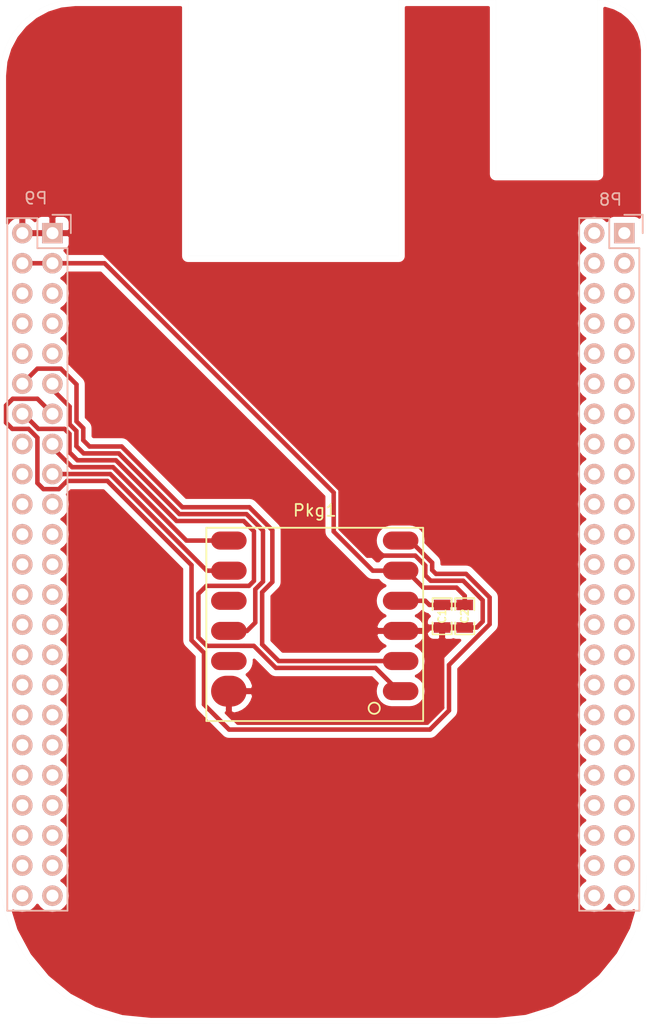
<source format=kicad_pcb>
(kicad_pcb (version 4) (host pcbnew 4.0.4+e1-6308~48~ubuntu16.04.1-stable)

  (general
    (links 16)
    (no_connects 0)
    (area 113.543629 54.466129 168.156171 140.828671)
    (thickness 1.6)
    (drawings 15)
    (tracks 133)
    (zones 0)
    (modules 5)
    (nets 93)
  )

  (page A4)
  (layers
    (0 F.Cu signal)
    (31 B.Cu signal)
    (32 B.Adhes user)
    (33 F.Adhes user)
    (34 B.Paste user)
    (35 F.Paste user)
    (36 B.SilkS user)
    (37 F.SilkS user)
    (38 B.Mask user)
    (39 F.Mask user)
    (40 Dwgs.User user)
    (41 Cmts.User user)
    (42 Eco1.User user)
    (43 Eco2.User user)
    (44 Edge.Cuts user)
    (45 Margin user)
    (46 B.CrtYd user)
    (47 F.CrtYd user)
    (48 B.Fab user)
    (49 F.Fab user)
  )

  (setup
    (last_trace_width 0.381)
    (user_trace_width 0.254)
    (user_trace_width 0.381)
    (user_trace_width 0.508)
    (trace_clearance 0.2)
    (zone_clearance 0.508)
    (zone_45_only no)
    (trace_min 0.2)
    (segment_width 0.2)
    (edge_width 0.00254)
    (via_size 0.6)
    (via_drill 0.4)
    (via_min_size 0.4)
    (via_min_drill 0.3)
    (uvia_size 0.3)
    (uvia_drill 0.1)
    (uvias_allowed no)
    (uvia_min_size 0.2)
    (uvia_min_drill 0.1)
    (pcb_text_width 0.3)
    (pcb_text_size 1.5 1.5)
    (mod_edge_width 0.15)
    (mod_text_size 1 1)
    (mod_text_width 0.15)
    (pad_size 1.7272 1.7272)
    (pad_drill 1.016)
    (pad_to_mask_clearance 0)
    (aux_axis_origin 0 0)
    (visible_elements 7FFFFFFF)
    (pcbplotparams
      (layerselection 0x01030_80000001)
      (usegerberextensions false)
      (excludeedgelayer true)
      (linewidth 0.100000)
      (plotframeref false)
      (viasonmask false)
      (mode 1)
      (useauxorigin false)
      (hpglpennumber 1)
      (hpglpenspeed 20)
      (hpglpendiameter 15)
      (hpglpenoverlay 2)
      (psnegative false)
      (psa4output false)
      (plotreference true)
      (plotvalue true)
      (plotinvisibletext false)
      (padsonsilk false)
      (subtractmaskfromsilk false)
      (outputformat 4)
      (mirror false)
      (drillshape 0)
      (scaleselection 1)
      (outputdirectory ""))
  )

  (net 0 "")
  (net 1 "Net-(P8-Pad3)")
  (net 2 "Net-(P8-Pad4)")
  (net 3 "Net-(P8-Pad5)")
  (net 4 "Net-(P8-Pad6)")
  (net 5 "Net-(P8-Pad7)")
  (net 6 "Net-(P8-Pad8)")
  (net 7 "Net-(P8-Pad9)")
  (net 8 "Net-(P8-Pad10)")
  (net 9 "Net-(P8-Pad11)")
  (net 10 "Net-(P8-Pad12)")
  (net 11 "Net-(P8-Pad13)")
  (net 12 "Net-(P8-Pad14)")
  (net 13 "Net-(P8-Pad15)")
  (net 14 "Net-(P8-Pad16)")
  (net 15 "Net-(P8-Pad17)")
  (net 16 "Net-(P8-Pad18)")
  (net 17 "Net-(P8-Pad19)")
  (net 18 "Net-(P8-Pad20)")
  (net 19 "Net-(P8-Pad21)")
  (net 20 "Net-(P8-Pad22)")
  (net 21 "Net-(P8-Pad23)")
  (net 22 "Net-(P8-Pad24)")
  (net 23 "Net-(P8-Pad25)")
  (net 24 "Net-(P8-Pad26)")
  (net 25 "Net-(P8-Pad27)")
  (net 26 "Net-(P8-Pad28)")
  (net 27 "Net-(P8-Pad29)")
  (net 28 "Net-(P8-Pad30)")
  (net 29 "Net-(P8-Pad31)")
  (net 30 "Net-(P8-Pad32)")
  (net 31 "Net-(P8-Pad33)")
  (net 32 "Net-(P8-Pad34)")
  (net 33 "Net-(P8-Pad35)")
  (net 34 "Net-(P8-Pad36)")
  (net 35 "Net-(P8-Pad37)")
  (net 36 "Net-(P8-Pad38)")
  (net 37 "Net-(P8-Pad39)")
  (net 38 "Net-(P8-Pad40)")
  (net 39 "Net-(P8-Pad41)")
  (net 40 "Net-(P8-Pad42)")
  (net 41 "Net-(P8-Pad43)")
  (net 42 "Net-(P8-Pad44)")
  (net 43 "Net-(P8-Pad45)")
  (net 44 "Net-(P8-Pad46)")
  (net 45 "Net-(P9-Pad16)")
  (net 46 "Net-(P9-Pad18)")
  (net 47 "Net-(P9-Pad19)")
  (net 48 "Net-(P9-Pad20)")
  (net 49 "Net-(P9-Pad21)")
  (net 50 "Net-(P9-Pad22)")
  (net 51 "Net-(P9-Pad23)")
  (net 52 "Net-(P9-Pad24)")
  (net 53 "Net-(P9-Pad25)")
  (net 54 "Net-(P9-Pad26)")
  (net 55 "Net-(P9-Pad27)")
  (net 56 "Net-(P9-Pad28)")
  (net 57 "Net-(P9-Pad29)")
  (net 58 "Net-(P9-Pad30)")
  (net 59 "Net-(P9-Pad31)")
  (net 60 "Net-(P9-Pad33)")
  (net 61 "Net-(P9-Pad35)")
  (net 62 "Net-(P9-Pad36)")
  (net 63 "Net-(P9-Pad37)")
  (net 64 "Net-(P9-Pad38)")
  (net 65 "Net-(P9-Pad39)")
  (net 66 "Net-(P9-Pad40)")
  (net 67 "Net-(P9-Pad41)")
  (net 68 "Net-(P9-Pad42)")
  (net 69 "Net-(Pkg1-Pad9)")
  (net 70 "Net-(Pkg1-Pad11)")
  (net 71 "Net-(P8-Pad1)")
  (net 72 "Net-(P8-Pad2)")
  (net 73 "Net-(P9-Pad5)")
  (net 74 "Net-(P9-Pad6)")
  (net 75 "Net-(P9-Pad7)")
  (net 76 "Net-(P9-Pad8)")
  (net 77 "Net-(P9-Pad9)")
  (net 78 "Net-(P9-Pad10)")
  (net 79 "Net-(P9-Pad32)")
  (net 80 "Net-(P9-Pad34)")
  (net 81 "Net-(P9-Pad43)")
  (net 82 "Net-(P9-Pad44)")
  (net 83 "Net-(P9-Pad45)")
  (net 84 "Net-(P9-Pad46)")
  (net 85 GND)
  (net 86 3V3)
  (net 87 GPS_RST_3V3)
  (net 88 GPS_TX_3V3)
  (net 89 GPS_PPS_3V3)
  (net 90 GPS_RX_3V3)
  (net 91 GPS_TMR_3V3)
  (net 92 GPS_AAD_3V3)

  (net_class Default "To jest domyślna klasa połączeń."
    (clearance 0.2)
    (trace_width 0.25)
    (via_dia 0.6)
    (via_drill 0.4)
    (uvia_dia 0.3)
    (uvia_drill 0.1)
    (add_net 3V3)
    (add_net GND)
    (add_net GPS_AAD_3V3)
    (add_net GPS_PPS_3V3)
    (add_net GPS_RST_3V3)
    (add_net GPS_RX_3V3)
    (add_net GPS_TMR_3V3)
    (add_net GPS_TX_3V3)
    (add_net "Net-(P8-Pad1)")
    (add_net "Net-(P8-Pad10)")
    (add_net "Net-(P8-Pad11)")
    (add_net "Net-(P8-Pad12)")
    (add_net "Net-(P8-Pad13)")
    (add_net "Net-(P8-Pad14)")
    (add_net "Net-(P8-Pad15)")
    (add_net "Net-(P8-Pad16)")
    (add_net "Net-(P8-Pad17)")
    (add_net "Net-(P8-Pad18)")
    (add_net "Net-(P8-Pad19)")
    (add_net "Net-(P8-Pad2)")
    (add_net "Net-(P8-Pad20)")
    (add_net "Net-(P8-Pad21)")
    (add_net "Net-(P8-Pad22)")
    (add_net "Net-(P8-Pad23)")
    (add_net "Net-(P8-Pad24)")
    (add_net "Net-(P8-Pad25)")
    (add_net "Net-(P8-Pad26)")
    (add_net "Net-(P8-Pad27)")
    (add_net "Net-(P8-Pad28)")
    (add_net "Net-(P8-Pad29)")
    (add_net "Net-(P8-Pad3)")
    (add_net "Net-(P8-Pad30)")
    (add_net "Net-(P8-Pad31)")
    (add_net "Net-(P8-Pad32)")
    (add_net "Net-(P8-Pad33)")
    (add_net "Net-(P8-Pad34)")
    (add_net "Net-(P8-Pad35)")
    (add_net "Net-(P8-Pad36)")
    (add_net "Net-(P8-Pad37)")
    (add_net "Net-(P8-Pad38)")
    (add_net "Net-(P8-Pad39)")
    (add_net "Net-(P8-Pad4)")
    (add_net "Net-(P8-Pad40)")
    (add_net "Net-(P8-Pad41)")
    (add_net "Net-(P8-Pad42)")
    (add_net "Net-(P8-Pad43)")
    (add_net "Net-(P8-Pad44)")
    (add_net "Net-(P8-Pad45)")
    (add_net "Net-(P8-Pad46)")
    (add_net "Net-(P8-Pad5)")
    (add_net "Net-(P8-Pad6)")
    (add_net "Net-(P8-Pad7)")
    (add_net "Net-(P8-Pad8)")
    (add_net "Net-(P8-Pad9)")
    (add_net "Net-(P9-Pad10)")
    (add_net "Net-(P9-Pad16)")
    (add_net "Net-(P9-Pad18)")
    (add_net "Net-(P9-Pad19)")
    (add_net "Net-(P9-Pad20)")
    (add_net "Net-(P9-Pad21)")
    (add_net "Net-(P9-Pad22)")
    (add_net "Net-(P9-Pad23)")
    (add_net "Net-(P9-Pad24)")
    (add_net "Net-(P9-Pad25)")
    (add_net "Net-(P9-Pad26)")
    (add_net "Net-(P9-Pad27)")
    (add_net "Net-(P9-Pad28)")
    (add_net "Net-(P9-Pad29)")
    (add_net "Net-(P9-Pad30)")
    (add_net "Net-(P9-Pad31)")
    (add_net "Net-(P9-Pad32)")
    (add_net "Net-(P9-Pad33)")
    (add_net "Net-(P9-Pad34)")
    (add_net "Net-(P9-Pad35)")
    (add_net "Net-(P9-Pad36)")
    (add_net "Net-(P9-Pad37)")
    (add_net "Net-(P9-Pad38)")
    (add_net "Net-(P9-Pad39)")
    (add_net "Net-(P9-Pad40)")
    (add_net "Net-(P9-Pad41)")
    (add_net "Net-(P9-Pad42)")
    (add_net "Net-(P9-Pad43)")
    (add_net "Net-(P9-Pad44)")
    (add_net "Net-(P9-Pad45)")
    (add_net "Net-(P9-Pad46)")
    (add_net "Net-(P9-Pad5)")
    (add_net "Net-(P9-Pad6)")
    (add_net "Net-(P9-Pad7)")
    (add_net "Net-(P9-Pad8)")
    (add_net "Net-(P9-Pad9)")
    (add_net "Net-(Pkg1-Pad11)")
    (add_net "Net-(Pkg1-Pad9)")
  )

  (module Goldpin:Goldpin_23_2_2_54mm_SMT (layer B.Cu) (tedit 5828BEFE) (tstamp 5828BD48)
    (at 116.7 102.07 180)
    (descr "Through hole pin header")
    (tags "pin header")
    (path /5828BCB2)
    (fp_text reference P9 (at 0.13 30.88 180) (layer B.SilkS)
      (effects (font (size 1 1) (thickness 0.15)) (justify mirror))
    )
    (fp_text value GOLDPIN_23_2_2_54MM (at -4.28 20.99 270) (layer B.SilkS) hide
      (effects (font (size 1 1) (thickness 0.15)) (justify mirror))
    )
    (fp_line (start -3.02 29.69) (end -3.02 -29.71) (layer B.CrtYd) (width 0.05))
    (fp_line (start 3.03 29.69) (end 3.03 -29.71) (layer B.CrtYd) (width 0.05))
    (fp_line (start -3.02 29.69) (end 3.03 29.69) (layer B.CrtYd) (width 0.05))
    (fp_line (start -3.02 -29.71) (end 3.03 -29.71) (layer B.CrtYd) (width 0.05))
    (fp_line (start 2.54 -29.21) (end 2.54 29.21) (layer B.SilkS) (width 0.15))
    (fp_line (start -2.54 -29.21) (end -2.54 26.67) (layer B.SilkS) (width 0.15))
    (fp_line (start 2.54 -29.21) (end -2.54 -29.21) (layer B.SilkS) (width 0.15))
    (fp_line (start 2.54 29.21) (end 0 29.21) (layer B.SilkS) (width 0.15))
    (fp_line (start -1.27 29.49) (end -2.82 29.49) (layer B.SilkS) (width 0.15))
    (fp_line (start 0 29.21) (end 0 26.67) (layer B.SilkS) (width 0.15))
    (fp_line (start 0 26.67) (end -2.54 26.67) (layer B.SilkS) (width 0.15))
    (fp_line (start -2.82 29.49) (end -2.82 27.94) (layer B.SilkS) (width 0.15))
    (pad 1 thru_hole rect (at -1.27 27.94 180) (size 1.7272 1.7272) (drill 1.016) (layers *.Cu *.Mask B.SilkS)
      (net 85 GND))
    (pad 2 thru_hole oval (at 1.27 27.94 180) (size 1.7272 1.7272) (drill 1.016) (layers *.Cu *.Mask B.SilkS)
      (net 85 GND))
    (pad 3 thru_hole oval (at -1.27 25.4 180) (size 1.7272 1.7272) (drill 1.016) (layers *.Cu *.Mask B.SilkS)
      (net 86 3V3))
    (pad 4 thru_hole oval (at 1.27 25.4 180) (size 1.7272 1.7272) (drill 1.016) (layers *.Cu *.Mask B.SilkS)
      (net 86 3V3))
    (pad 5 thru_hole oval (at -1.27 22.86 180) (size 1.7272 1.7272) (drill 1.016) (layers *.Cu *.Mask B.SilkS)
      (net 73 "Net-(P9-Pad5)"))
    (pad 6 thru_hole oval (at 1.27 22.86 180) (size 1.7272 1.7272) (drill 1.016) (layers *.Cu *.Mask B.SilkS)
      (net 74 "Net-(P9-Pad6)"))
    (pad 7 thru_hole oval (at -1.27 20.32 180) (size 1.7272 1.7272) (drill 1.016) (layers *.Cu *.Mask B.SilkS)
      (net 75 "Net-(P9-Pad7)"))
    (pad 8 thru_hole oval (at 1.27 20.32 180) (size 1.7272 1.7272) (drill 1.016) (layers *.Cu *.Mask B.SilkS)
      (net 76 "Net-(P9-Pad8)"))
    (pad 9 thru_hole oval (at -1.27 17.78 180) (size 1.7272 1.7272) (drill 1.016) (layers *.Cu *.Mask B.SilkS)
      (net 77 "Net-(P9-Pad9)"))
    (pad 10 thru_hole oval (at 1.27 17.78 180) (size 1.7272 1.7272) (drill 1.016) (layers *.Cu *.Mask B.SilkS)
      (net 78 "Net-(P9-Pad10)"))
    (pad 11 thru_hole oval (at -1.27 15.24 180) (size 1.7272 1.7272) (drill 1.016) (layers *.Cu *.Mask B.SilkS)
      (net 87 GPS_RST_3V3))
    (pad 12 thru_hole oval (at 1.27 15.24 180) (size 1.7272 1.7272) (drill 1.016) (layers *.Cu *.Mask B.SilkS)
      (net 88 GPS_TX_3V3))
    (pad 13 thru_hole oval (at -1.27 12.7 180) (size 1.7272 1.7272) (drill 1.016) (layers *.Cu *.Mask B.SilkS)
      (net 89 GPS_PPS_3V3))
    (pad 14 thru_hole oval (at 1.27 12.7 180) (size 1.7272 1.7272) (drill 1.016) (layers *.Cu *.Mask B.SilkS)
      (net 90 GPS_RX_3V3))
    (pad 15 thru_hole oval (at -1.27 10.16 180) (size 1.7272 1.7272) (drill 1.016) (layers *.Cu *.Mask B.SilkS)
      (net 91 GPS_TMR_3V3))
    (pad 16 thru_hole oval (at 1.27 10.16 180) (size 1.7272 1.7272) (drill 1.016) (layers *.Cu *.Mask B.SilkS)
      (net 45 "Net-(P9-Pad16)"))
    (pad 17 thru_hole oval (at -1.27 7.62 180) (size 1.7272 1.7272) (drill 1.016) (layers *.Cu *.Mask B.SilkS)
      (net 92 GPS_AAD_3V3))
    (pad 18 thru_hole oval (at 1.27 7.62 180) (size 1.7272 1.7272) (drill 1.016) (layers *.Cu *.Mask B.SilkS)
      (net 46 "Net-(P9-Pad18)"))
    (pad 19 thru_hole oval (at -1.27 5.08 180) (size 1.7272 1.7272) (drill 1.016) (layers *.Cu *.Mask B.SilkS)
      (net 47 "Net-(P9-Pad19)"))
    (pad 20 thru_hole oval (at 1.27 5.08 180) (size 1.7272 1.7272) (drill 1.016) (layers *.Cu *.Mask B.SilkS)
      (net 48 "Net-(P9-Pad20)"))
    (pad 21 thru_hole oval (at -1.27 2.54 180) (size 1.7272 1.7272) (drill 1.016) (layers *.Cu *.Mask B.SilkS)
      (net 49 "Net-(P9-Pad21)"))
    (pad 22 thru_hole oval (at 1.27 2.54 180) (size 1.7272 1.7272) (drill 1.016) (layers *.Cu *.Mask B.SilkS)
      (net 50 "Net-(P9-Pad22)"))
    (pad 23 thru_hole oval (at -1.27 0 180) (size 1.7272 1.7272) (drill 1.016) (layers *.Cu *.Mask B.SilkS)
      (net 51 "Net-(P9-Pad23)"))
    (pad 24 thru_hole oval (at 1.27 0 180) (size 1.7272 1.7272) (drill 1.016) (layers *.Cu *.Mask B.SilkS)
      (net 52 "Net-(P9-Pad24)"))
    (pad 25 thru_hole oval (at -1.27 -2.54 180) (size 1.7272 1.7272) (drill 1.016) (layers *.Cu *.Mask B.SilkS)
      (net 53 "Net-(P9-Pad25)"))
    (pad 26 thru_hole oval (at 1.27 -2.54 180) (size 1.7272 1.7272) (drill 1.016) (layers *.Cu *.Mask B.SilkS)
      (net 54 "Net-(P9-Pad26)"))
    (pad 27 thru_hole oval (at -1.27 -5.08 180) (size 1.7272 1.7272) (drill 1.016) (layers *.Cu *.Mask B.SilkS)
      (net 55 "Net-(P9-Pad27)"))
    (pad 28 thru_hole oval (at 1.27 -5.08 180) (size 1.7272 1.7272) (drill 1.016) (layers *.Cu *.Mask B.SilkS)
      (net 56 "Net-(P9-Pad28)"))
    (pad 29 thru_hole oval (at -1.27 -7.62 180) (size 1.7272 1.7272) (drill 1.016) (layers *.Cu *.Mask B.SilkS)
      (net 57 "Net-(P9-Pad29)"))
    (pad 30 thru_hole oval (at 1.27 -7.62 180) (size 1.7272 1.7272) (drill 1.016) (layers *.Cu *.Mask B.SilkS)
      (net 58 "Net-(P9-Pad30)"))
    (pad 31 thru_hole oval (at -1.27 -10.16 180) (size 1.7272 1.7272) (drill 1.016) (layers *.Cu *.Mask B.SilkS)
      (net 59 "Net-(P9-Pad31)"))
    (pad 32 thru_hole oval (at 1.27 -10.16 180) (size 1.7272 1.7272) (drill 1.016) (layers *.Cu *.Mask B.SilkS)
      (net 79 "Net-(P9-Pad32)"))
    (pad 33 thru_hole oval (at -1.27 -12.7 180) (size 1.7272 1.7272) (drill 1.016) (layers *.Cu *.Mask B.SilkS)
      (net 60 "Net-(P9-Pad33)"))
    (pad 34 thru_hole oval (at 1.27 -12.7 180) (size 1.7272 1.7272) (drill 1.016) (layers *.Cu *.Mask B.SilkS)
      (net 80 "Net-(P9-Pad34)"))
    (pad 35 thru_hole oval (at -1.27 -15.24 180) (size 1.7272 1.7272) (drill 1.016) (layers *.Cu *.Mask B.SilkS)
      (net 61 "Net-(P9-Pad35)"))
    (pad 36 thru_hole oval (at 1.27 -15.24 180) (size 1.7272 1.7272) (drill 1.016) (layers *.Cu *.Mask B.SilkS)
      (net 62 "Net-(P9-Pad36)"))
    (pad 37 thru_hole oval (at -1.27 -17.78 180) (size 1.7272 1.7272) (drill 1.016) (layers *.Cu *.Mask B.SilkS)
      (net 63 "Net-(P9-Pad37)"))
    (pad 38 thru_hole oval (at 1.27 -17.78 180) (size 1.7272 1.7272) (drill 1.016) (layers *.Cu *.Mask B.SilkS)
      (net 64 "Net-(P9-Pad38)"))
    (pad 39 thru_hole oval (at -1.27 -20.32 180) (size 1.7272 1.7272) (drill 1.016) (layers *.Cu *.Mask B.SilkS)
      (net 65 "Net-(P9-Pad39)"))
    (pad 40 thru_hole oval (at 1.27 -20.32 180) (size 1.7272 1.7272) (drill 1.016) (layers *.Cu *.Mask B.SilkS)
      (net 66 "Net-(P9-Pad40)"))
    (pad 41 thru_hole oval (at -1.27 -22.86 180) (size 1.7272 1.7272) (drill 1.016) (layers *.Cu *.Mask B.SilkS)
      (net 67 "Net-(P9-Pad41)"))
    (pad 42 thru_hole oval (at 1.27 -22.86 180) (size 1.7272 1.7272) (drill 1.016) (layers *.Cu *.Mask B.SilkS)
      (net 68 "Net-(P9-Pad42)"))
    (pad 43 thru_hole oval (at -1.27 -25.4 180) (size 1.7272 1.7272) (drill 1.016) (layers *.Cu *.Mask B.SilkS)
      (net 81 "Net-(P9-Pad43)"))
    (pad 44 thru_hole oval (at 1.27 -25.4 180) (size 1.7272 1.7272) (drill 1.016) (layers *.Cu *.Mask B.SilkS)
      (net 82 "Net-(P9-Pad44)"))
    (pad 45 thru_hole oval (at -1.27 -27.94 180) (size 1.7272 1.7272) (drill 1.016) (layers *.Cu *.Mask B.SilkS)
      (net 83 "Net-(P9-Pad45)"))
    (pad 46 thru_hole oval (at 1.27 -27.94 180) (size 1.7272 1.7272) (drill 1.016) (layers *.Cu *.Mask B.SilkS)
      (net 84 "Net-(P9-Pad46)"))
    (model Goldpin/Discrete_Goldpin/3D_View/Goldpin_23_2_2_54mm.x3d
      (at (xyz 0 0 0))
      (scale (xyz 1 1 1))
      (rotate (xyz 0 0 90))
    )
  )

  (module Goldpin:Goldpin_23_2_2_54mm_SMT (layer B.Cu) (tedit 5828BF14) (tstamp 5828BD7A)
    (at 164.97 102.07 180)
    (descr "Through hole pin header")
    (tags "pin header")
    (path /5828BD41)
    (fp_text reference P8 (at -0.1 30.77 180) (layer B.SilkS)
      (effects (font (size 1 1) (thickness 0.15)) (justify mirror))
    )
    (fp_text value GOLDPIN_23_2_2_54MM (at 4.09 21.16 270) (layer B.SilkS) hide
      (effects (font (size 1 1) (thickness 0.15)) (justify mirror))
    )
    (fp_line (start -3.02 29.69) (end -3.02 -29.71) (layer B.CrtYd) (width 0.05))
    (fp_line (start 3.03 29.69) (end 3.03 -29.71) (layer B.CrtYd) (width 0.05))
    (fp_line (start -3.02 29.69) (end 3.03 29.69) (layer B.CrtYd) (width 0.05))
    (fp_line (start -3.02 -29.71) (end 3.03 -29.71) (layer B.CrtYd) (width 0.05))
    (fp_line (start 2.54 -29.21) (end 2.54 29.21) (layer B.SilkS) (width 0.15))
    (fp_line (start -2.54 -29.21) (end -2.54 26.67) (layer B.SilkS) (width 0.15))
    (fp_line (start 2.54 -29.21) (end -2.54 -29.21) (layer B.SilkS) (width 0.15))
    (fp_line (start 2.54 29.21) (end 0 29.21) (layer B.SilkS) (width 0.15))
    (fp_line (start -1.27 29.49) (end -2.82 29.49) (layer B.SilkS) (width 0.15))
    (fp_line (start 0 29.21) (end 0 26.67) (layer B.SilkS) (width 0.15))
    (fp_line (start 0 26.67) (end -2.54 26.67) (layer B.SilkS) (width 0.15))
    (fp_line (start -2.82 29.49) (end -2.82 27.94) (layer B.SilkS) (width 0.15))
    (pad 1 thru_hole rect (at -1.27 27.94 180) (size 1.7272 1.7272) (drill 1.016) (layers *.Cu *.Mask B.SilkS)
      (net 71 "Net-(P8-Pad1)"))
    (pad 2 thru_hole oval (at 1.27 27.94 180) (size 1.7272 1.7272) (drill 1.016) (layers *.Cu *.Mask B.SilkS)
      (net 72 "Net-(P8-Pad2)"))
    (pad 3 thru_hole oval (at -1.27 25.4 180) (size 1.7272 1.7272) (drill 1.016) (layers *.Cu *.Mask B.SilkS)
      (net 1 "Net-(P8-Pad3)"))
    (pad 4 thru_hole oval (at 1.27 25.4 180) (size 1.7272 1.7272) (drill 1.016) (layers *.Cu *.Mask B.SilkS)
      (net 2 "Net-(P8-Pad4)"))
    (pad 5 thru_hole oval (at -1.27 22.86 180) (size 1.7272 1.7272) (drill 1.016) (layers *.Cu *.Mask B.SilkS)
      (net 3 "Net-(P8-Pad5)"))
    (pad 6 thru_hole oval (at 1.27 22.86 180) (size 1.7272 1.7272) (drill 1.016) (layers *.Cu *.Mask B.SilkS)
      (net 4 "Net-(P8-Pad6)"))
    (pad 7 thru_hole oval (at -1.27 20.32 180) (size 1.7272 1.7272) (drill 1.016) (layers *.Cu *.Mask B.SilkS)
      (net 5 "Net-(P8-Pad7)"))
    (pad 8 thru_hole oval (at 1.27 20.32 180) (size 1.7272 1.7272) (drill 1.016) (layers *.Cu *.Mask B.SilkS)
      (net 6 "Net-(P8-Pad8)"))
    (pad 9 thru_hole oval (at -1.27 17.78 180) (size 1.7272 1.7272) (drill 1.016) (layers *.Cu *.Mask B.SilkS)
      (net 7 "Net-(P8-Pad9)"))
    (pad 10 thru_hole oval (at 1.27 17.78 180) (size 1.7272 1.7272) (drill 1.016) (layers *.Cu *.Mask B.SilkS)
      (net 8 "Net-(P8-Pad10)"))
    (pad 11 thru_hole oval (at -1.27 15.24 180) (size 1.7272 1.7272) (drill 1.016) (layers *.Cu *.Mask B.SilkS)
      (net 9 "Net-(P8-Pad11)"))
    (pad 12 thru_hole oval (at 1.27 15.24 180) (size 1.7272 1.7272) (drill 1.016) (layers *.Cu *.Mask B.SilkS)
      (net 10 "Net-(P8-Pad12)"))
    (pad 13 thru_hole oval (at -1.27 12.7 180) (size 1.7272 1.7272) (drill 1.016) (layers *.Cu *.Mask B.SilkS)
      (net 11 "Net-(P8-Pad13)"))
    (pad 14 thru_hole oval (at 1.27 12.7 180) (size 1.7272 1.7272) (drill 1.016) (layers *.Cu *.Mask B.SilkS)
      (net 12 "Net-(P8-Pad14)"))
    (pad 15 thru_hole oval (at -1.27 10.16 180) (size 1.7272 1.7272) (drill 1.016) (layers *.Cu *.Mask B.SilkS)
      (net 13 "Net-(P8-Pad15)"))
    (pad 16 thru_hole oval (at 1.27 10.16 180) (size 1.7272 1.7272) (drill 1.016) (layers *.Cu *.Mask B.SilkS)
      (net 14 "Net-(P8-Pad16)"))
    (pad 17 thru_hole oval (at -1.27 7.62 180) (size 1.7272 1.7272) (drill 1.016) (layers *.Cu *.Mask B.SilkS)
      (net 15 "Net-(P8-Pad17)"))
    (pad 18 thru_hole oval (at 1.27 7.62 180) (size 1.7272 1.7272) (drill 1.016) (layers *.Cu *.Mask B.SilkS)
      (net 16 "Net-(P8-Pad18)"))
    (pad 19 thru_hole oval (at -1.27 5.08 180) (size 1.7272 1.7272) (drill 1.016) (layers *.Cu *.Mask B.SilkS)
      (net 17 "Net-(P8-Pad19)"))
    (pad 20 thru_hole oval (at 1.27 5.08 180) (size 1.7272 1.7272) (drill 1.016) (layers *.Cu *.Mask B.SilkS)
      (net 18 "Net-(P8-Pad20)"))
    (pad 21 thru_hole oval (at -1.27 2.54 180) (size 1.7272 1.7272) (drill 1.016) (layers *.Cu *.Mask B.SilkS)
      (net 19 "Net-(P8-Pad21)"))
    (pad 22 thru_hole oval (at 1.27 2.54 180) (size 1.7272 1.7272) (drill 1.016) (layers *.Cu *.Mask B.SilkS)
      (net 20 "Net-(P8-Pad22)"))
    (pad 23 thru_hole oval (at -1.27 0 180) (size 1.7272 1.7272) (drill 1.016) (layers *.Cu *.Mask B.SilkS)
      (net 21 "Net-(P8-Pad23)"))
    (pad 24 thru_hole oval (at 1.27 0 180) (size 1.7272 1.7272) (drill 1.016) (layers *.Cu *.Mask B.SilkS)
      (net 22 "Net-(P8-Pad24)"))
    (pad 25 thru_hole oval (at -1.27 -2.54 180) (size 1.7272 1.7272) (drill 1.016) (layers *.Cu *.Mask B.SilkS)
      (net 23 "Net-(P8-Pad25)"))
    (pad 26 thru_hole oval (at 1.27 -2.54 180) (size 1.7272 1.7272) (drill 1.016) (layers *.Cu *.Mask B.SilkS)
      (net 24 "Net-(P8-Pad26)"))
    (pad 27 thru_hole oval (at -1.27 -5.08 180) (size 1.7272 1.7272) (drill 1.016) (layers *.Cu *.Mask B.SilkS)
      (net 25 "Net-(P8-Pad27)"))
    (pad 28 thru_hole oval (at 1.27 -5.08 180) (size 1.7272 1.7272) (drill 1.016) (layers *.Cu *.Mask B.SilkS)
      (net 26 "Net-(P8-Pad28)"))
    (pad 29 thru_hole oval (at -1.27 -7.62 180) (size 1.7272 1.7272) (drill 1.016) (layers *.Cu *.Mask B.SilkS)
      (net 27 "Net-(P8-Pad29)"))
    (pad 30 thru_hole oval (at 1.27 -7.62 180) (size 1.7272 1.7272) (drill 1.016) (layers *.Cu *.Mask B.SilkS)
      (net 28 "Net-(P8-Pad30)"))
    (pad 31 thru_hole oval (at -1.27 -10.16 180) (size 1.7272 1.7272) (drill 1.016) (layers *.Cu *.Mask B.SilkS)
      (net 29 "Net-(P8-Pad31)"))
    (pad 32 thru_hole oval (at 1.27 -10.16 180) (size 1.7272 1.7272) (drill 1.016) (layers *.Cu *.Mask B.SilkS)
      (net 30 "Net-(P8-Pad32)"))
    (pad 33 thru_hole oval (at -1.27 -12.7 180) (size 1.7272 1.7272) (drill 1.016) (layers *.Cu *.Mask B.SilkS)
      (net 31 "Net-(P8-Pad33)"))
    (pad 34 thru_hole oval (at 1.27 -12.7 180) (size 1.7272 1.7272) (drill 1.016) (layers *.Cu *.Mask B.SilkS)
      (net 32 "Net-(P8-Pad34)"))
    (pad 35 thru_hole oval (at -1.27 -15.24 180) (size 1.7272 1.7272) (drill 1.016) (layers *.Cu *.Mask B.SilkS)
      (net 33 "Net-(P8-Pad35)"))
    (pad 36 thru_hole oval (at 1.27 -15.24 180) (size 1.7272 1.7272) (drill 1.016) (layers *.Cu *.Mask B.SilkS)
      (net 34 "Net-(P8-Pad36)"))
    (pad 37 thru_hole oval (at -1.27 -17.78 180) (size 1.7272 1.7272) (drill 1.016) (layers *.Cu *.Mask B.SilkS)
      (net 35 "Net-(P8-Pad37)"))
    (pad 38 thru_hole oval (at 1.27 -17.78 180) (size 1.7272 1.7272) (drill 1.016) (layers *.Cu *.Mask B.SilkS)
      (net 36 "Net-(P8-Pad38)"))
    (pad 39 thru_hole oval (at -1.27 -20.32 180) (size 1.7272 1.7272) (drill 1.016) (layers *.Cu *.Mask B.SilkS)
      (net 37 "Net-(P8-Pad39)"))
    (pad 40 thru_hole oval (at 1.27 -20.32 180) (size 1.7272 1.7272) (drill 1.016) (layers *.Cu *.Mask B.SilkS)
      (net 38 "Net-(P8-Pad40)"))
    (pad 41 thru_hole oval (at -1.27 -22.86 180) (size 1.7272 1.7272) (drill 1.016) (layers *.Cu *.Mask B.SilkS)
      (net 39 "Net-(P8-Pad41)"))
    (pad 42 thru_hole oval (at 1.27 -22.86 180) (size 1.7272 1.7272) (drill 1.016) (layers *.Cu *.Mask B.SilkS)
      (net 40 "Net-(P8-Pad42)"))
    (pad 43 thru_hole oval (at -1.27 -25.4 180) (size 1.7272 1.7272) (drill 1.016) (layers *.Cu *.Mask B.SilkS)
      (net 41 "Net-(P8-Pad43)"))
    (pad 44 thru_hole oval (at 1.27 -25.4 180) (size 1.7272 1.7272) (drill 1.016) (layers *.Cu *.Mask B.SilkS)
      (net 42 "Net-(P8-Pad44)"))
    (pad 45 thru_hole oval (at -1.27 -27.94 180) (size 1.7272 1.7272) (drill 1.016) (layers *.Cu *.Mask B.SilkS)
      (net 43 "Net-(P8-Pad45)"))
    (pad 46 thru_hole oval (at 1.27 -27.94 180) (size 1.7272 1.7272) (drill 1.016) (layers *.Cu *.Mask B.SilkS)
      (net 44 "Net-(P8-Pad46)"))
    (model Goldpin/Discrete_Goldpin/3D_View/Goldpin_23_2_2_54mm.x3d
      (at (xyz 0 0 0))
      (scale (xyz 1 1 1))
      (rotate (xyz 0 0 90))
    )
  )

  (module GPS_Module:L80_Quectel (layer F.Cu) (tedit 5828ACC2) (tstamp 5828BD8A)
    (at 140.11 106.41)
    (path /5828BD72)
    (fp_text reference Pkg1 (at 0 -8.89) (layer F.SilkS)
      (effects (font (size 1 1) (thickness 0.15)))
    )
    (fp_text value L80_Quectel (at 0 -11.43) (layer F.SilkS) hide
      (effects (font (size 1 1) (thickness 0.15)))
    )
    (fp_line (start 9.15 -7.43) (end 9.15 8.87) (layer F.SilkS) (width 0.15))
    (fp_line (start -9.15 -7.43) (end -9.15 8.87) (layer F.SilkS) (width 0.15))
    (fp_circle (center 5.02 7.79) (end 5.38 8.1) (layer F.SilkS) (width 0.15))
    (fp_line (start 9.15 -7.43) (end -9.15 -7.43) (layer F.SilkS) (width 0.15))
    (fp_line (start -9.15 8.87) (end 9.15 8.87) (layer F.SilkS) (width 0.15))
    (pad 1 smd oval (at 7.25 6.35) (size 3 1.524) (layers F.Cu F.Paste F.Mask)
      (net 90 GPS_RX_3V3) (solder_mask_margin 0.5) (clearance 0.2))
    (pad 2 smd oval (at 7.25 3.81) (size 3 1.524) (layers F.Cu F.Paste F.Mask)
      (net 88 GPS_TX_3V3) (solder_mask_margin 0.5) (clearance 0.2))
    (pad 3 smd oval (at 7.25 1.27) (size 3 1.524) (layers F.Cu F.Paste F.Mask)
      (net 85 GND) (solder_mask_margin 0.5) (clearance 0.2))
    (pad 4 smd oval (at 7.25 -1.27) (size 3 1.524) (layers F.Cu F.Paste F.Mask)
      (net 86 3V3) (solder_mask_margin 0.5) (clearance 0.2))
    (pad 5 smd oval (at 7.25 -3.81) (size 3 1.524) (layers F.Cu F.Paste F.Mask)
      (net 86 3V3) (solder_mask_margin 0.5) (clearance 0.2))
    (pad 6 smd oval (at 7.25 -6.35) (size 3 1.524) (layers F.Cu F.Paste F.Mask)
      (net 89 GPS_PPS_3V3) (solder_mask_margin 0.5) (clearance 0.2))
    (pad 7 smd oval (at -7.25 -6.35) (size 3 1.524) (layers F.Cu F.Paste F.Mask)
      (net 91 GPS_TMR_3V3) (solder_mask_margin 0.5) (clearance 0.2))
    (pad 8 smd oval (at -7.25 -3.81) (size 3 1.524) (layers F.Cu F.Paste F.Mask)
      (net 92 GPS_AAD_3V3) (solder_mask_margin 0.5) (clearance 0.2))
    (pad 9 smd oval (at -7.25 -1.27) (size 3 1.524) (layers F.Cu F.Paste F.Mask)
      (net 69 "Net-(Pkg1-Pad9)") (solder_mask_margin 0.5) (clearance 0.2))
    (pad 10 smd oval (at -7.25 1.27) (size 3 1.524) (layers F.Cu F.Paste F.Mask)
      (net 87 GPS_RST_3V3) (solder_mask_margin 0.5) (clearance 0.2))
    (pad 11 smd oval (at -7.25 3.81) (size 3 1.524) (layers F.Cu F.Paste F.Mask)
      (net 70 "Net-(Pkg1-Pad11)") (solder_mask_margin 0.5) (clearance 0.2))
    (pad 12 smd oval (at -7.25 6.35) (size 3 2.6) (layers F.Cu F.Paste F.Mask)
      (net 85 GND) (solder_mask_margin 0.5) (clearance 0.2))
    (model Gps_Module/Quectel/3D_View/L80_GPS_Quectel.x3d
      (at (xyz 0 0 0))
      (scale (xyz 1 1 1))
      (rotate (xyz 0 0 0))
    )
  )

  (module Capacitors_Smd_0805:100nF_0805 (layer F.Cu) (tedit 50B68F62) (tstamp 5828DD71)
    (at 150.86 106.44 90)
    (tags Capacitor)
    (path /5828E1EB)
    (attr smd)
    (fp_text reference C1 (at 0 0 90) (layer F.SilkS)
      (effects (font (size 0.635 0.635) (thickness 0.127)))
    )
    (fp_text value 100nF_0805 (at 0 0 90) (layer F.SilkS) hide
      (effects (font (size 0.635 0.635) (thickness 0.127)))
    )
    (fp_line (start -0.51562 -0.8128) (end -1.53162 -0.8128) (layer F.SilkS) (width 0.127))
    (fp_line (start -1.53162 0.81534) (end -0.508 0.81534) (layer F.SilkS) (width 0.127))
    (fp_line (start -1.5367 0.81026) (end -1.5367 -0.8001) (layer F.SilkS) (width 0.127))
    (fp_line (start 1.52908 0.81026) (end 1.52908 -0.8001) (layer F.SilkS) (width 0.127))
    (fp_line (start 1.524 0.81534) (end 0.50038 0.81534) (layer F.SilkS) (width 0.127))
    (fp_line (start 0.508 -0.8128) (end 1.524 -0.8128) (layer F.SilkS) (width 0.127))
    (pad 1 smd rect (at -0.9525 0 90) (size 0.889 1.397) (layers F.Cu F.Paste F.Mask)
      (net 85 GND))
    (pad 2 smd rect (at 0.9525 0 90) (size 0.889 1.397) (layers F.Cu F.Paste F.Mask)
      (net 86 3V3))
    (model Capacitors/Smd_0805/3D_View/100nF_0805.x3d
      (at (xyz 0 0 0))
      (scale (xyz 1 1 1))
      (rotate (xyz 0 0 0))
    )
  )

  (module Capacitors_Smd_0805:100nF_0805 (layer F.Cu) (tedit 50B68F62) (tstamp 5828DD77)
    (at 152.77 106.44 90)
    (tags Capacitor)
    (path /5828E240)
    (attr smd)
    (fp_text reference C2 (at 0 0 90) (layer F.SilkS)
      (effects (font (size 0.635 0.635) (thickness 0.127)))
    )
    (fp_text value 100nF_0805 (at 0 0 90) (layer F.SilkS) hide
      (effects (font (size 0.635 0.635) (thickness 0.127)))
    )
    (fp_line (start -0.51562 -0.8128) (end -1.53162 -0.8128) (layer F.SilkS) (width 0.127))
    (fp_line (start -1.53162 0.81534) (end -0.508 0.81534) (layer F.SilkS) (width 0.127))
    (fp_line (start -1.5367 0.81026) (end -1.5367 -0.8001) (layer F.SilkS) (width 0.127))
    (fp_line (start 1.52908 0.81026) (end 1.52908 -0.8001) (layer F.SilkS) (width 0.127))
    (fp_line (start 1.524 0.81534) (end 0.50038 0.81534) (layer F.SilkS) (width 0.127))
    (fp_line (start 0.508 -0.8128) (end 1.524 -0.8128) (layer F.SilkS) (width 0.127))
    (pad 1 smd rect (at -0.9525 0 90) (size 0.889 1.397) (layers F.Cu F.Paste F.Mask)
      (net 85 GND))
    (pad 2 smd rect (at 0.9525 0 90) (size 0.889 1.397) (layers F.Cu F.Paste F.Mask)
      (net 86 3V3))
    (model Capacitors/Smd_0805/3D_View/100nF_0805.x3d
      (at (xyz 0 0 0))
      (scale (xyz 1 1 1))
      (rotate (xyz 0 0 0))
    )
  )

  (gr_line (start 163.9549 69.17) (end 163.9549 54.4679) (angle 90) (layer Edge.Cuts) (width 0.00254))
  (gr_line (start 155.4 69.17) (end 163.9549 69.17) (angle 90) (layer Edge.Cuts) (width 0.00254))
  (gr_line (start 155.3999 54.4674) (end 155.3999 69.1674) (angle 90) (layer Edge.Cuts) (width 0.00254))
  (gr_line (start 147.1999 54.4674) (end 155.3999 54.4674) (angle 90) (layer Edge.Cuts) (width 0.00254))
  (gr_arc (start 119.9001 60.823) (end 113.5449 60.823) (angle 90) (layer Edge.Cuts) (width 0.00254) (tstamp 5828D336))
  (gr_line (start 129.4199 54.4674) (end 119.9001 54.4674) (angle 90) (layer Edge.Cuts) (width 0.00254))
  (gr_arc (start 155.4549 128.1274) (end 155.4549 140.8274) (angle -90) (layer Edge.Cuts) (width 0.00254))
  (gr_arc (start 126.2449 128.1274) (end 113.5449 128.1274) (angle -90) (layer Edge.Cuts) (width 0.00254))
  (gr_arc (start 163.9549 58.6677) (end 168.1549 58.6677) (angle -90) (layer Edge.Cuts) (width 0.00254))
  (gr_line (start 147.1999 76.0574) (end 147.1999 54.4674) (layer Edge.Cuts) (width 0.00254))
  (gr_line (start 129.4199 76.0574) (end 147.1999 76.0574) (layer Edge.Cuts) (width 0.00254))
  (gr_line (start 129.4199 54.4674) (end 129.4199 76.0574) (layer Edge.Cuts) (width 0.00254))
  (gr_line (start 113.5449 128.1274) (end 113.5449 60.8174) (layer Edge.Cuts) (width 0.00254))
  (gr_line (start 155.4549 140.8274) (end 126.2449 140.8274) (layer Edge.Cuts) (width 0.00254))
  (gr_line (start 168.1549 58.6677) (end 168.1549 128.1274) (layer Edge.Cuts) (width 0.00254))

  (segment (start 154.285 106.885) (end 154.285 105.095) (width 0.381) (layer F.Cu) (net 85))
  (segment (start 149.44 102.17) (end 148.6 101.33) (width 0.381) (layer F.Cu) (net 85) (tstamp 5828E1AC))
  (segment (start 149.44 102.99) (end 149.44 102.17) (width 0.381) (layer F.Cu) (net 85) (tstamp 5828E1AB))
  (segment (start 149.898998 103.448998) (end 149.44 102.99) (width 0.381) (layer F.Cu) (net 85) (tstamp 5828E1AA))
  (segment (start 152.638998 103.448998) (end 149.898998 103.448998) (width 0.381) (layer F.Cu) (net 85) (tstamp 5828E1A8))
  (segment (start 154.285 105.095) (end 152.638998 103.448998) (width 0.381) (layer F.Cu) (net 85) (tstamp 5828E1A7))
  (segment (start 132.86 112.76) (end 132.86 114.64) (width 0.381) (layer F.Cu) (net 85))
  (segment (start 133.64 115.42) (end 149.59 115.42) (width 0.381) (layer F.Cu) (net 85) (tstamp 5828DF8F))
  (segment (start 132.86 114.64) (end 133.64 115.42) (width 0.381) (layer F.Cu) (net 85) (tstamp 5828DF8D))
  (segment (start 149.59 115.42) (end 150.86 114.15) (width 0.381) (layer F.Cu) (net 85) (tstamp 5828DF90))
  (segment (start 150.86 114.15) (end 150.86 107.3925) (width 0.381) (layer F.Cu) (net 85) (tstamp 5828DE6B))
  (segment (start 149.59 115.42) (end 150.86 114.15) (width 0.381) (layer F.Cu) (net 85) (tstamp 5828DE6A))
  (segment (start 117.97 74.13) (end 120.65166 74.13) (width 0.381) (layer F.Cu) (net 85))
  (segment (start 120.65166 74.13) (end 142.291002 95.769342) (width 0.381) (layer F.Cu) (net 85) (tstamp 5828DDD9))
  (segment (start 142.291002 95.769342) (end 142.291002 99.059342) (width 0.381) (layer F.Cu) (net 85) (tstamp 5828DDDB))
  (segment (start 142.291002 99.059342) (end 144.56166 101.33) (width 0.381) (layer F.Cu) (net 85) (tstamp 5828DDDD))
  (segment (start 144.56166 101.33) (end 148.6 101.33) (width 0.381) (layer F.Cu) (net 85) (tstamp 5828DDDF))
  (segment (start 153.7775 107.3925) (end 152.77 107.3925) (width 0.381) (layer F.Cu) (net 85) (tstamp 5828DDE6))
  (segment (start 154.285 106.885) (end 153.7775 107.3925) (width 0.381) (layer F.Cu) (net 85) (tstamp 5828E1A5))
  (segment (start 115.43 74.13) (end 117.97 74.13) (width 0.381) (layer F.Cu) (net 85))
  (segment (start 150.86 107.3925) (end 149.8675 107.3925) (width 0.381) (layer F.Cu) (net 85))
  (segment (start 149.58 107.68) (end 147.36 107.68) (width 0.381) (layer F.Cu) (net 85) (tstamp 5828DDBF))
  (segment (start 149.8675 107.3925) (end 149.58 107.68) (width 0.381) (layer F.Cu) (net 85) (tstamp 5828DDBE))
  (segment (start 152.77 107.3925) (end 150.86 107.3925) (width 0.381) (layer F.Cu) (net 85))
  (segment (start 117.97 76.67) (end 122.37 76.67) (width 0.381) (layer F.Cu) (net 86))
  (segment (start 145.01 102.6) (end 147.36 102.6) (width 0.381) (layer F.Cu) (net 86) (tstamp 5828DDD5))
  (segment (start 141.71 99.3) (end 145.01 102.6) (width 0.381) (layer F.Cu) (net 86) (tstamp 5828DDD3))
  (segment (start 141.71 96.01) (end 141.71 99.3) (width 0.381) (layer F.Cu) (net 86) (tstamp 5828DDD1))
  (segment (start 122.37 76.67) (end 141.71 96.01) (width 0.381) (layer F.Cu) (net 86) (tstamp 5828DDCE))
  (segment (start 115.43 76.67) (end 117.97 76.67) (width 0.381) (layer F.Cu) (net 86))
  (segment (start 150.86 105.4875) (end 152.77 105.4875) (width 0.381) (layer F.Cu) (net 86))
  (segment (start 152.77 105.4875) (end 152.77 104.72) (width 0.381) (layer F.Cu) (net 86))
  (segment (start 152.77 104.72) (end 152.08 104.03) (width 0.381) (layer F.Cu) (net 86) (tstamp 5828DDB4))
  (segment (start 152.08 104.03) (end 149.27 104.03) (width 0.381) (layer F.Cu) (net 86) (tstamp 5828DDB5))
  (segment (start 149.27 104.03) (end 147.84 102.6) (width 0.381) (layer F.Cu) (net 86) (tstamp 5828DDB6))
  (segment (start 147.84 102.6) (end 147.36 102.6) (width 0.381) (layer F.Cu) (net 86) (tstamp 5828DDB7))
  (segment (start 150.86 105.4875) (end 149.7875 105.4875) (width 0.381) (layer F.Cu) (net 86))
  (segment (start 149.44 105.14) (end 147.36 105.14) (width 0.381) (layer F.Cu) (net 86) (tstamp 5828DDB1))
  (segment (start 149.7875 105.4875) (end 149.44 105.14) (width 0.381) (layer F.Cu) (net 86) (tstamp 5828DDB0))
  (segment (start 119.991002 92.097996) (end 119.991002 90.819342) (width 0.381) (layer F.Cu) (net 87))
  (segment (start 119.42 88.76) (end 117.97 87.31) (width 0.381) (layer F.Cu) (net 87) (tstamp 5828E155))
  (segment (start 119.42 90.24834) (end 119.42 88.76) (width 0.381) (layer F.Cu) (net 87) (tstamp 5828E153))
  (segment (start 119.991002 90.819342) (end 119.42 90.24834) (width 0.381) (layer F.Cu) (net 87) (tstamp 5828E152))
  (segment (start 117.97 87.31) (end 117.97 86.83) (width 0.381) (layer F.Cu) (net 87) (tstamp 5828E156))
  (segment (start 117.97 86.83) (end 117.97 86.94) (width 0.381) (layer F.Cu) (net 87))
  (segment (start 123.570314 92.706994) (end 128.692318 97.828998) (width 0.381) (layer F.Cu) (net 87) (tstamp 5828E13D))
  (segment (start 120.6 92.706994) (end 123.570314 92.706994) (width 0.381) (layer F.Cu) (net 87) (tstamp 5828E13C))
  (segment (start 119.991002 92.097996) (end 120.6 92.706994) (width 0.381) (layer F.Cu) (net 87) (tstamp 5828E13B))
  (segment (start 135.741002 99.219342) (end 135.741002 103.520658) (width 0.381) (layer F.Cu) (net 87))
  (segment (start 134.39 107.68) (end 132.86 107.68) (width 0.381) (layer F.Cu) (net 87) (tstamp 5828DFA2))
  (segment (start 135.09 106.98) (end 134.39 107.68) (width 0.381) (layer F.Cu) (net 87) (tstamp 5828DFA1))
  (segment (start 135.09 104.17166) (end 135.09 106.98) (width 0.381) (layer F.Cu) (net 87) (tstamp 5828DFA0))
  (segment (start 135.741002 103.520658) (end 135.09 104.17166) (width 0.381) (layer F.Cu) (net 87) (tstamp 5828DF9E))
  (segment (start 134.350658 97.828998) (end 128.692318 97.828998) (width 0.381) (layer F.Cu) (net 87) (tstamp 5828DF4B))
  (segment (start 135.741002 99.219342) (end 134.350658 97.828998) (width 0.381) (layer F.Cu) (net 87) (tstamp 5828DF4A))
  (segment (start 116.7 85.56) (end 118.67 85.56) (width 0.381) (layer F.Cu) (net 88))
  (segment (start 137.07 110.22) (end 147.36 110.22) (width 0.381) (layer F.Cu) (net 88) (tstamp 5828E172))
  (segment (start 135.671002 108.821002) (end 137.07 110.22) (width 0.381) (layer F.Cu) (net 88) (tstamp 5828E170))
  (segment (start 135.671002 104.412318) (end 135.671002 108.821002) (width 0.381) (layer F.Cu) (net 88) (tstamp 5828E16F))
  (segment (start 136.532004 103.551316) (end 135.671002 104.412318) (width 0.381) (layer F.Cu) (net 88) (tstamp 5828E16E))
  (segment (start 136.532004 99.188684) (end 136.532004 103.551316) (width 0.381) (layer F.Cu) (net 88) (tstamp 5828E16C))
  (segment (start 134.591316 97.247996) (end 136.532004 99.188684) (width 0.381) (layer F.Cu) (net 88) (tstamp 5828E16B))
  (segment (start 128.932976 97.247996) (end 134.591316 97.247996) (width 0.381) (layer F.Cu) (net 88) (tstamp 5828E167))
  (segment (start 123.810972 92.125992) (end 128.932976 97.247996) (width 0.381) (layer F.Cu) (net 88) (tstamp 5828E166))
  (segment (start 121.1 92.125992) (end 123.810972 92.125992) (width 0.381) (layer F.Cu) (net 88) (tstamp 5828E165))
  (segment (start 120.572004 91.597996) (end 121.1 92.125992) (width 0.381) (layer F.Cu) (net 88) (tstamp 5828E164))
  (segment (start 120.572004 90.578684) (end 120.572004 91.597996) (width 0.381) (layer F.Cu) (net 88) (tstamp 5828E163))
  (segment (start 120.001002 90.007682) (end 120.572004 90.578684) (width 0.381) (layer F.Cu) (net 88) (tstamp 5828E162))
  (segment (start 120.001002 86.891002) (end 120.001002 90.007682) (width 0.381) (layer F.Cu) (net 88) (tstamp 5828E161))
  (segment (start 118.67 85.56) (end 120.001002 86.891002) (width 0.381) (layer F.Cu) (net 88) (tstamp 5828E160))
  (segment (start 147.36 110.22) (end 147.07 110.22) (width 0.381) (layer F.Cu) (net 88))
  (segment (start 147.36 110.22) (end 145.92 110.22) (width 0.381) (layer F.Cu) (net 88))
  (segment (start 116.7 85.56) (end 115.43 86.83) (width 0.381) (layer F.Cu) (net 88) (tstamp 5828DE06))
  (segment (start 149.830658 116.001002) (end 132.881002 116.001002) (width 0.381) (layer F.Cu) (net 89))
  (segment (start 129.708998 108.470658) (end 129.708998 102.132318) (width 0.381) (layer F.Cu) (net 89) (tstamp 5828E1D1))
  (segment (start 130.76 109.52166) (end 129.708998 108.470658) (width 0.381) (layer F.Cu) (net 89) (tstamp 5828E1D0))
  (segment (start 130.76 113.88) (end 130.76 109.52166) (width 0.381) (layer F.Cu) (net 89) (tstamp 5828E1CD))
  (segment (start 132.881002 116.001002) (end 130.76 113.88) (width 0.381) (layer F.Cu) (net 89) (tstamp 5828E1CA))
  (segment (start 154.871002 107.120658) (end 154.871002 104.859342) (width 0.381) (layer F.Cu) (net 89))
  (segment (start 150.021002 101.929342) (end 148.15166 100.06) (width 0.381) (layer F.Cu) (net 89) (tstamp 5828E1B6))
  (segment (start 150.021002 102.55) (end 150.021002 101.929342) (width 0.381) (layer F.Cu) (net 89) (tstamp 5828E1B5))
  (segment (start 150.338998 102.867996) (end 150.021002 102.55) (width 0.381) (layer F.Cu) (net 89) (tstamp 5828E1B4))
  (segment (start 152.879656 102.867996) (end 150.338998 102.867996) (width 0.381) (layer F.Cu) (net 89) (tstamp 5828E1B2))
  (segment (start 154.871002 104.859342) (end 152.879656 102.867996) (width 0.381) (layer F.Cu) (net 89) (tstamp 5828E1B1))
  (segment (start 148.15166 100.06) (end 147.36 100.06) (width 0.381) (layer F.Cu) (net 89) (tstamp 5828E1B7))
  (segment (start 117.21 95.72) (end 118.51 95.72) (width 0.381) (layer F.Cu) (net 89))
  (segment (start 122.607682 95.031002) (end 123.85834 96.28166) (width 0.381) (layer F.Cu) (net 89) (tstamp 5828E148))
  (segment (start 119.198998 95.031002) (end 122.607682 95.031002) (width 0.381) (layer F.Cu) (net 89) (tstamp 5828E147))
  (segment (start 118.51 95.72) (end 119.198998 95.031002) (width 0.381) (layer F.Cu) (net 89) (tstamp 5828E146))
  (segment (start 129.708998 102.132318) (end 123.85834 96.28166) (width 0.381) (layer F.Cu) (net 89) (tstamp 5828DF6B))
  (segment (start 116.7 88.1) (end 117.97 89.37) (width 0.381) (layer F.Cu) (net 89) (tstamp 5828DF81))
  (segment (start 114.62 88.1) (end 116.7 88.1) (width 0.381) (layer F.Cu) (net 89) (tstamp 5828DF7F))
  (segment (start 114.05 88.67) (end 114.62 88.1) (width 0.381) (layer F.Cu) (net 89) (tstamp 5828DF7D))
  (segment (start 114.05 90.11) (end 114.05 88.67) (width 0.381) (layer F.Cu) (net 89) (tstamp 5828DF7C))
  (segment (start 114.58 90.64) (end 114.05 90.11) (width 0.381) (layer F.Cu) (net 89) (tstamp 5828DF7A))
  (segment (start 115.95834 90.64) (end 114.58 90.64) (width 0.381) (layer F.Cu) (net 89) (tstamp 5828DF78))
  (segment (start 116.7 91.38166) (end 115.95834 90.64) (width 0.381) (layer F.Cu) (net 89) (tstamp 5828DF74))
  (segment (start 116.7 95.21) (end 116.7 91.38166) (width 0.381) (layer F.Cu) (net 89) (tstamp 5828DF72))
  (segment (start 117.21 95.72) (end 116.7 95.21) (width 0.381) (layer F.Cu) (net 89) (tstamp 5828DF71))
  (segment (start 151.441002 114.390658) (end 149.830658 116.001002) (width 0.381) (layer F.Cu) (net 89) (tstamp 5828DF62))
  (segment (start 151.441002 110.550658) (end 151.441002 114.390658) (width 0.381) (layer F.Cu) (net 89) (tstamp 5828DF61))
  (segment (start 154.871002 107.120658) (end 151.441002 110.550658) (width 0.381) (layer F.Cu) (net 89) (tstamp 5828DF5F))
  (segment (start 147.36 112.76) (end 147.2 112.76) (width 0.381) (layer F.Cu) (net 90))
  (segment (start 147.2 112.76) (end 145.241002 110.801002) (width 0.381) (layer F.Cu) (net 90) (tstamp 5828E18A))
  (segment (start 134.96834 108.94) (end 134.14 108.94) (width 0.381) (layer F.Cu) (net 90) (tstamp 5828E18F))
  (segment (start 136.829342 110.801002) (end 134.96834 108.94) (width 0.381) (layer F.Cu) (net 90) (tstamp 5828E18D))
  (segment (start 145.241002 110.801002) (end 136.829342 110.801002) (width 0.381) (layer F.Cu) (net 90) (tstamp 5828E18B))
  (segment (start 134.11 98.41) (end 128.45166 98.41) (width 0.381) (layer F.Cu) (net 90))
  (segment (start 128.45166 98.41) (end 123.329656 93.287996) (width 0.381) (layer F.Cu) (net 90) (tstamp 5828E123))
  (segment (start 119.41 91.06) (end 118.99 90.64) (width 0.381) (layer F.Cu) (net 90) (tstamp 5828E12A))
  (segment (start 119.41 92.61834) (end 119.41 91.06) (width 0.381) (layer F.Cu) (net 90) (tstamp 5828E129))
  (segment (start 120.079656 93.287996) (end 119.41 92.61834) (width 0.381) (layer F.Cu) (net 90) (tstamp 5828E128))
  (segment (start 123.329656 93.287996) (end 120.079656 93.287996) (width 0.381) (layer F.Cu) (net 90) (tstamp 5828E126))
  (segment (start 116.78 90.64) (end 118.99 90.64) (width 0.381) (layer F.Cu) (net 90) (tstamp 5828DF12))
  (segment (start 131 108.94) (end 134.14 108.94) (width 0.381) (layer F.Cu) (net 90))
  (segment (start 134.98 103.46) (end 134.98 99.28) (width 0.381) (layer F.Cu) (net 90) (tstamp 5828DF3F))
  (segment (start 134.56 103.88) (end 134.98 103.46) (width 0.381) (layer F.Cu) (net 90) (tstamp 5828DF3D))
  (segment (start 130.96 103.88) (end 134.56 103.88) (width 0.381) (layer F.Cu) (net 90) (tstamp 5828DF3A))
  (segment (start 130.29 104.55) (end 130.96 103.88) (width 0.381) (layer F.Cu) (net 90) (tstamp 5828DF39))
  (segment (start 130.29 108.23) (end 130.29 104.55) (width 0.381) (layer F.Cu) (net 90) (tstamp 5828DF38))
  (segment (start 131 108.94) (end 130.29 108.23) (width 0.381) (layer F.Cu) (net 90) (tstamp 5828DF37))
  (segment (start 115.43 89.37) (end 115.51 89.37) (width 0.381) (layer F.Cu) (net 90))
  (segment (start 115.51 89.37) (end 116.78 90.64) (width 0.381) (layer F.Cu) (net 90) (tstamp 5828DF0E))
  (segment (start 134.11 98.41) (end 134.98 99.28) (width 0.381) (layer F.Cu) (net 90) (tstamp 5828DF21))
  (segment (start 117.97 91.91) (end 117.97 92.21) (width 0.381) (layer F.Cu) (net 91))
  (segment (start 117.97 92.21) (end 119.628998 93.868998) (width 0.381) (layer F.Cu) (net 91) (tstamp 5828E109))
  (segment (start 123.088998 93.868998) (end 123.755 94.535) (width 0.381) (layer F.Cu) (net 91) (tstamp 5828E10D))
  (segment (start 119.628998 93.868998) (end 123.088998 93.868998) (width 0.381) (layer F.Cu) (net 91) (tstamp 5828E10B))
  (segment (start 132.86 100.06) (end 129.28 100.06) (width 0.381) (layer F.Cu) (net 91))
  (segment (start 129.28 100.06) (end 123.755 94.535) (width 0.381) (layer F.Cu) (net 91) (tstamp 5828DDEA))
  (segment (start 132.86 102.6) (end 130.99834 102.6) (width 0.381) (layer F.Cu) (net 92))
  (segment (start 130.99834 102.6) (end 122.84834 94.45) (width 0.381) (layer F.Cu) (net 92) (tstamp 5828DDF0))
  (segment (start 122.84834 94.45) (end 117.97 94.45) (width 0.381) (layer F.Cu) (net 92) (tstamp 5828DDF2))

  (zone (net 85) (net_name GND) (layer F.Cu) (tstamp 5828DFCB) (hatch edge 0.508)
    (connect_pads (clearance 0.508))
    (min_thickness 0.254)
    (fill yes (mode segment) (arc_segments 32) (thermal_gap 0.508) (thermal_bridge_width 0.508))
    (polygon
      (pts
        (xy 163.96 69.17) (xy 163.96 54.47) (xy 164.05 54.48) (xy 164.16 54.48) (xy 164.25 54.49)
        (xy 164.35 54.49) (xy 164.46 54.51) (xy 164.6 54.53) (xy 164.72 54.55) (xy 164.9 54.59)
        (xy 165.05 54.63) (xy 165.21 54.68) (xy 165.36 54.73) (xy 165.58 54.82) (xy 165.83 54.94)
        (xy 166.18 55.14) (xy 166.46 55.33) (xy 166.66 55.48) (xy 166.87 55.69) (xy 167.16 56.01)
        (xy 167.53 56.54) (xy 167.68 56.8) (xy 167.8 57.1) (xy 167.94 57.5) (xy 168.05 57.96)
        (xy 168.09 58.14) (xy 168.13 58.52) (xy 168.14 58.54) (xy 167.91 130.14) (xy 167.66 131.31)
        (xy 167.22 132.7) (xy 166.42 134.38) (xy 165.76 135.47) (xy 164.67 136.76) (xy 163.48 137.91)
        (xy 162.1 138.87) (xy 160.42 139.72) (xy 158.9 140.28) (xy 157.4 140.61) (xy 155.75 140.76)
        (xy 126.01 140.76) (xy 124.4 140.63) (xy 122.84 140.31) (xy 121.45 139.82) (xy 120.05 139.15)
        (xy 118.78 138.33) (xy 117.39 137.18) (xy 116.32 135.96) (xy 115.44 134.74) (xy 114.73 133.43)
        (xy 114.33 132.48) (xy 114.07 131.61) (xy 113.79 130.45) (xy 113.56 128.32) (xy 113.61 61.82)
        (xy 113.58 60.52) (xy 113.65 59.81) (xy 113.8 59.14) (xy 114 58.51) (xy 114.16 58.14)
        (xy 114.37 57.73) (xy 114.57 57.39) (xy 114.86 56.97) (xy 115.01 56.78) (xy 115.36 56.42)
        (xy 115.74 56.04) (xy 116.2 55.67) (xy 116.59 55.42) (xy 117.03 55.17) (xy 117.6 54.91)
        (xy 118.32 54.68) (xy 118.88 54.56) (xy 119.49 54.49) (xy 129.41 54.47) (xy 129.41 76.06)
        (xy 129.41 76.07) (xy 147.23 76.09) (xy 147.21 54.48) (xy 155.39 54.48) (xy 155.38 69.18)
        (xy 163.96 69.18)
      )
    )
    (filled_polygon
      (pts
        (xy 128.78363 76.0574) (xy 128.789473 76.116995) (xy 128.7949 76.176625) (xy 128.795531 76.178767) (xy 128.795748 76.180985)
        (xy 128.813053 76.238302) (xy 128.829961 76.295751) (xy 128.830994 76.297726) (xy 128.831639 76.299864) (xy 128.859767 76.352764)
        (xy 128.887492 76.405798) (xy 128.88889 76.407537) (xy 128.889937 76.409506) (xy 128.927781 76.455908) (xy 128.965302 76.502575)
        (xy 128.967011 76.504009) (xy 128.968421 76.505738) (xy 129.014571 76.543916) (xy 129.060428 76.582395) (xy 129.062382 76.583469)
        (xy 129.064102 76.584892) (xy 129.116832 76.613403) (xy 129.169247 76.642218) (xy 129.17137 76.642891) (xy 129.173335 76.643954)
        (xy 129.230557 76.661667) (xy 129.287612 76.679766) (xy 129.289831 76.680015) (xy 129.29196 76.680674) (xy 129.351447 76.686926)
        (xy 129.411016 76.693608) (xy 129.415305 76.693638) (xy 129.415458 76.693654) (xy 129.415611 76.69364) (xy 129.4199 76.69367)
        (xy 147.1999 76.69367) (xy 147.259495 76.687827) (xy 147.319125 76.6824) (xy 147.321267 76.681769) (xy 147.323485 76.681552)
        (xy 147.380802 76.664247) (xy 147.438251 76.647339) (xy 147.440226 76.646306) (xy 147.442364 76.645661) (xy 147.495264 76.617533)
        (xy 147.548298 76.589808) (xy 147.550037 76.58841) (xy 147.552006 76.587363) (xy 147.598408 76.549519) (xy 147.645075 76.511998)
        (xy 147.646509 76.510289) (xy 147.648238 76.508879) (xy 147.686416 76.462729) (xy 147.724895 76.416872) (xy 147.725969 76.414918)
        (xy 147.727392 76.413198) (xy 147.755903 76.360468) (xy 147.784718 76.308053) (xy 147.785391 76.30593) (xy 147.786454 76.303965)
        (xy 147.804167 76.246743) (xy 147.822266 76.189688) (xy 147.822515 76.187469) (xy 147.823174 76.18534) (xy 147.829426 76.125853)
        (xy 147.836108 76.066284) (xy 147.836138 76.061995) (xy 147.836154 76.061842) (xy 147.83614 76.061689) (xy 147.83617 76.0574)
        (xy 147.83617 55.10367) (xy 154.76363 55.10367) (xy 154.76363 69.1674) (xy 154.767574 69.207622) (xy 154.775 69.289225)
        (xy 154.810061 69.408351) (xy 154.867592 69.518398) (xy 154.945402 69.615175) (xy 155.040528 69.694995) (xy 155.149347 69.754818)
        (xy 155.267712 69.792366) (xy 155.391116 69.806208) (xy 155.4 69.80627) (xy 163.9549 69.80627) (xy 164.014495 69.800427)
        (xy 164.074125 69.795) (xy 164.076267 69.794369) (xy 164.078485 69.794152) (xy 164.135802 69.776847) (xy 164.193251 69.759939)
        (xy 164.195226 69.758906) (xy 164.197364 69.758261) (xy 164.250264 69.730133) (xy 164.303298 69.702408) (xy 164.305037 69.70101)
        (xy 164.307006 69.699963) (xy 164.353408 69.662119) (xy 164.400075 69.624598) (xy 164.401509 69.622889) (xy 164.403238 69.621479)
        (xy 164.441416 69.575329) (xy 164.479895 69.529472) (xy 164.480969 69.527518) (xy 164.482392 69.525798) (xy 164.510903 69.473068)
        (xy 164.539718 69.420653) (xy 164.540391 69.41853) (xy 164.541454 69.416565) (xy 164.559167 69.359343) (xy 164.577266 69.302288)
        (xy 164.577515 69.300069) (xy 164.578174 69.29794) (xy 164.584426 69.238453) (xy 164.591108 69.178884) (xy 164.591138 69.174595)
        (xy 164.591154 69.174442) (xy 164.59114 69.174289) (xy 164.59117 69.17) (xy 164.59117 55.169407) (xy 164.646501 55.174833)
        (xy 165.311771 55.37569) (xy 165.925351 55.701936) (xy 166.463874 56.141144) (xy 166.906837 56.676594) (xy 167.237358 57.287881)
        (xy 167.442853 57.951728) (xy 167.51863 58.672691) (xy 167.51863 72.790087) (xy 167.44505 72.727375) (xy 167.281363 72.65359)
        (xy 167.1036 72.628328) (xy 165.3764 72.628328) (xy 165.275279 72.636392) (xy 165.103766 72.689506) (xy 164.953841 72.7883)
        (xy 164.837375 72.92495) (xy 164.769873 73.074699) (xy 164.553911 72.893485) (xy 164.297612 72.752584) (xy 164.018827 72.664148)
        (xy 163.728175 72.631546) (xy 163.707251 72.6314) (xy 163.692749 72.6314) (xy 163.401669 72.659941) (xy 163.121677 72.744475)
        (xy 162.863436 72.881784) (xy 162.636784 73.066637) (xy 162.450353 73.291994) (xy 162.311245 73.549269) (xy 162.224758 73.828665)
        (xy 162.194186 74.119538) (xy 162.220693 74.41081) (xy 162.303271 74.691385) (xy 162.438774 74.950578) (xy 162.62204 75.178515)
        (xy 162.846089 75.366515) (xy 162.905724 75.399299) (xy 162.863436 75.421784) (xy 162.636784 75.606637) (xy 162.450353 75.831994)
        (xy 162.311245 76.089269) (xy 162.224758 76.368665) (xy 162.194186 76.659538) (xy 162.220693 76.95081) (xy 162.303271 77.231385)
        (xy 162.438774 77.490578) (xy 162.62204 77.718515) (xy 162.846089 77.906515) (xy 162.905724 77.939299) (xy 162.863436 77.961784)
        (xy 162.636784 78.146637) (xy 162.450353 78.371994) (xy 162.311245 78.629269) (xy 162.224758 78.908665) (xy 162.194186 79.199538)
        (xy 162.220693 79.49081) (xy 162.303271 79.771385) (xy 162.438774 80.030578) (xy 162.62204 80.258515) (xy 162.846089 80.446515)
        (xy 162.905724 80.479299) (xy 162.863436 80.501784) (xy 162.636784 80.686637) (xy 162.450353 80.911994) (xy 162.311245 81.169269)
        (xy 162.224758 81.448665) (xy 162.194186 81.739538) (xy 162.220693 82.03081) (xy 162.303271 82.311385) (xy 162.438774 82.570578)
        (xy 162.62204 82.798515) (xy 162.846089 82.986515) (xy 162.905724 83.019299) (xy 162.863436 83.041784) (xy 162.636784 83.226637)
        (xy 162.450353 83.451994) (xy 162.311245 83.709269) (xy 162.224758 83.988665) (xy 162.194186 84.279538) (xy 162.220693 84.57081)
        (xy 162.303271 84.851385) (xy 162.438774 85.110578) (xy 162.62204 85.338515) (xy 162.846089 85.526515) (xy 162.905724 85.559299)
        (xy 162.863436 85.581784) (xy 162.636784 85.766637) (xy 162.450353 85.991994) (xy 162.311245 86.249269) (xy 162.224758 86.528665)
        (xy 162.194186 86.819538) (xy 162.220693 87.11081) (xy 162.303271 87.391385) (xy 162.438774 87.650578) (xy 162.62204 87.878515)
        (xy 162.846089 88.066515) (xy 162.905724 88.099299) (xy 162.863436 88.121784) (xy 162.636784 88.306637) (xy 162.450353 88.531994)
        (xy 162.311245 88.789269) (xy 162.224758 89.068665) (xy 162.194186 89.359538) (xy 162.220693 89.65081) (xy 162.303271 89.931385)
        (xy 162.438774 90.190578) (xy 162.62204 90.418515) (xy 162.846089 90.606515) (xy 162.905724 90.639299) (xy 162.863436 90.661784)
        (xy 162.636784 90.846637) (xy 162.450353 91.071994) (xy 162.311245 91.329269) (xy 162.224758 91.608665) (xy 162.194186 91.899538)
        (xy 162.220693 92.19081) (xy 162.303271 92.471385) (xy 162.438774 92.730578) (xy 162.62204 92.958515) (xy 162.846089 93.146515)
        (xy 162.905724 93.179299) (xy 162.863436 93.201784) (xy 162.636784 93.386637) (xy 162.450353 93.611994) (xy 162.311245 93.869269)
        (xy 162.224758 94.148665) (xy 162.194186 94.439538) (xy 162.220693 94.73081) (xy 162.303271 95.011385) (xy 162.438774 95.270578)
        (xy 162.62204 95.498515) (xy 162.846089 95.686515) (xy 162.905724 95.719299) (xy 162.863436 95.741784) (xy 162.636784 95.926637)
        (xy 162.450353 96.151994) (xy 162.311245 96.409269) (xy 162.224758 96.688665) (xy 162.194186 96.979538) (xy 162.220693 97.27081)
        (xy 162.303271 97.551385) (xy 162.438774 97.810578) (xy 162.62204 98.038515) (xy 162.846089 98.226515) (xy 162.905724 98.259299)
        (xy 162.863436 98.281784) (xy 162.636784 98.466637) (xy 162.450353 98.691994) (xy 162.311245 98.949269) (xy 162.224758 99.228665)
        (xy 162.194186 99.519538) (xy 162.220693 99.81081) (xy 162.303271 100.091385) (xy 162.438774 100.350578) (xy 162.62204 100.578515)
        (xy 162.846089 100.766515) (xy 162.905724 100.799299) (xy 162.863436 100.821784) (xy 162.636784 101.006637) (xy 162.450353 101.231994)
        (xy 162.311245 101.489269) (xy 162.224758 101.768665) (xy 162.194186 102.059538) (xy 162.220693 102.35081) (xy 162.303271 102.631385)
        (xy 162.438774 102.890578) (xy 162.62204 103.118515) (xy 162.846089 103.306515) (xy 162.905724 103.339299) (xy 162.863436 103.361784)
        (xy 162.636784 103.546637) (xy 162.450353 103.771994) (xy 162.311245 104.029269) (xy 162.224758 104.308665) (xy 162.194186 104.599538)
        (xy 162.220693 104.89081) (xy 162.303271 105.171385) (xy 162.438774 105.430578) (xy 162.62204 105.658515) (xy 162.846089 105.846515)
        (xy 162.905724 105.879299) (xy 162.863436 105.901784) (xy 162.636784 106.086637) (xy 162.450353 106.311994) (xy 162.311245 106.569269)
        (xy 162.224758 106.848665) (xy 162.194186 107.139538) (xy 162.220693 107.43081) (xy 162.303271 107.711385) (xy 162.438774 107.970578)
        (xy 162.62204 108.198515) (xy 162.846089 108.386515) (xy 162.905724 108.419299) (xy 162.863436 108.441784) (xy 162.636784 108.626637)
        (xy 162.450353 108.851994) (xy 162.311245 109.109269) (xy 162.224758 109.388665) (xy 162.194186 109.679538) (xy 162.220693 109.97081)
        (xy 162.303271 110.251385) (xy 162.438774 110.510578) (xy 162.62204 110.738515) (xy 162.846089 110.926515) (xy 162.905724 110.959299)
        (xy 162.863436 110.981784) (xy 162.636784 111.166637) (xy 162.450353 111.391994) (xy 162.311245 111.649269) (xy 162.224758 111.928665)
        (xy 162.194186 112.219538) (xy 162.220693 112.51081) (xy 162.303271 112.791385) (xy 162.438774 113.050578) (xy 162.62204 113.278515)
        (xy 162.846089 113.466515) (xy 162.905724 113.499299) (xy 162.863436 113.521784) (xy 162.636784 113.706637) (xy 162.450353 113.931994)
        (xy 162.311245 114.189269) (xy 162.224758 114.468665) (xy 162.194186 114.759538) (xy 162.220693 115.05081) (xy 162.303271 115.331385)
        (xy 162.438774 115.590578) (xy 162.62204 115.818515) (xy 162.846089 116.006515) (xy 162.905724 116.039299) (xy 162.863436 116.061784)
        (xy 162.636784 116.246637) (xy 162.450353 116.471994) (xy 162.311245 116.729269) (xy 162.224758 117.008665) (xy 162.194186 117.299538)
        (xy 162.220693 117.59081) (xy 162.303271 117.871385) (xy 162.438774 118.130578) (xy 162.62204 118.358515) (xy 162.846089 118.546515)
        (xy 162.905724 118.579299) (xy 162.863436 118.601784) (xy 162.636784 118.786637) (xy 162.450353 119.011994) (xy 162.311245 119.269269)
        (xy 162.224758 119.548665) (xy 162.194186 119.839538) (xy 162.220693 120.13081) (xy 162.303271 120.411385) (xy 162.438774 120.670578)
        (xy 162.62204 120.898515) (xy 162.846089 121.086515) (xy 162.905724 121.119299) (xy 162.863436 121.141784) (xy 162.636784 121.326637)
        (xy 162.450353 121.551994) (xy 162.311245 121.809269) (xy 162.224758 122.088665) (xy 162.194186 122.379538) (xy 162.220693 122.67081)
        (xy 162.303271 122.951385) (xy 162.438774 123.210578) (xy 162.62204 123.438515) (xy 162.846089 123.626515) (xy 162.905724 123.659299)
        (xy 162.863436 123.681784) (xy 162.636784 123.866637) (xy 162.450353 124.091994) (xy 162.311245 124.349269) (xy 162.224758 124.628665)
        (xy 162.194186 124.919538) (xy 162.220693 125.21081) (xy 162.303271 125.491385) (xy 162.438774 125.750578) (xy 162.62204 125.978515)
        (xy 162.846089 126.166515) (xy 162.905724 126.199299) (xy 162.863436 126.221784) (xy 162.636784 126.406637) (xy 162.450353 126.631994)
        (xy 162.311245 126.889269) (xy 162.224758 127.168665) (xy 162.194186 127.459538) (xy 162.220693 127.75081) (xy 162.303271 128.031385)
        (xy 162.438774 128.290578) (xy 162.62204 128.518515) (xy 162.846089 128.706515) (xy 162.905724 128.739299) (xy 162.863436 128.761784)
        (xy 162.636784 128.946637) (xy 162.450353 129.171994) (xy 162.311245 129.429269) (xy 162.224758 129.708665) (xy 162.194186 129.999538)
        (xy 162.220693 130.29081) (xy 162.303271 130.571385) (xy 162.438774 130.830578) (xy 162.62204 131.058515) (xy 162.846089 131.246515)
        (xy 163.102388 131.387416) (xy 163.381173 131.475852) (xy 163.671825 131.508454) (xy 163.692749 131.5086) (xy 163.707251 131.5086)
        (xy 163.998331 131.480059) (xy 164.278323 131.395525) (xy 164.536564 131.258216) (xy 164.763216 131.073363) (xy 164.949647 130.848006)
        (xy 164.969088 130.812051) (xy 164.978774 130.830578) (xy 165.16204 131.058515) (xy 165.386089 131.246515) (xy 165.642388 131.387416)
        (xy 165.921173 131.475852) (xy 166.211825 131.508454) (xy 166.232749 131.5086) (xy 166.247251 131.5086) (xy 166.538331 131.480059)
        (xy 166.818323 131.395525) (xy 167.042428 131.276367) (xy 166.605553 132.723368) (xy 165.500495 134.801679) (xy 164.012804 136.625767)
        (xy 162.199146 138.126156) (xy 160.128603 139.245694) (xy 157.880034 139.941743) (xy 155.509114 140.190937) (xy 155.453831 140.19113)
        (xy 126.276015 140.19113) (xy 123.902305 139.958385) (xy 121.648932 139.278053) (xy 119.570621 138.172995) (xy 117.746533 136.685304)
        (xy 116.246144 134.871646) (xy 115.126606 132.801103) (xy 114.65959 131.29242) (xy 114.832388 131.387416) (xy 115.111173 131.475852)
        (xy 115.401825 131.508454) (xy 115.422749 131.5086) (xy 115.437251 131.5086) (xy 115.728331 131.480059) (xy 116.008323 131.395525)
        (xy 116.266564 131.258216) (xy 116.493216 131.073363) (xy 116.679647 130.848006) (xy 116.699088 130.812051) (xy 116.708774 130.830578)
        (xy 116.89204 131.058515) (xy 117.116089 131.246515) (xy 117.372388 131.387416) (xy 117.651173 131.475852) (xy 117.941825 131.508454)
        (xy 117.962749 131.5086) (xy 117.977251 131.5086) (xy 118.268331 131.480059) (xy 118.548323 131.395525) (xy 118.806564 131.258216)
        (xy 119.033216 131.073363) (xy 119.219647 130.848006) (xy 119.358755 130.590731) (xy 119.445242 130.311335) (xy 119.475814 130.020462)
        (xy 119.449307 129.72919) (xy 119.366729 129.448615) (xy 119.231226 129.189422) (xy 119.04796 128.961485) (xy 118.823911 128.773485)
        (xy 118.764276 128.740701) (xy 118.806564 128.718216) (xy 119.033216 128.533363) (xy 119.219647 128.308006) (xy 119.358755 128.050731)
        (xy 119.445242 127.771335) (xy 119.475814 127.480462) (xy 119.449307 127.18919) (xy 119.366729 126.908615) (xy 119.231226 126.649422)
        (xy 119.04796 126.421485) (xy 118.823911 126.233485) (xy 118.764276 126.200701) (xy 118.806564 126.178216) (xy 119.033216 125.993363)
        (xy 119.219647 125.768006) (xy 119.358755 125.510731) (xy 119.445242 125.231335) (xy 119.475814 124.940462) (xy 119.449307 124.64919)
        (xy 119.366729 124.368615) (xy 119.231226 124.109422) (xy 119.04796 123.881485) (xy 118.823911 123.693485) (xy 118.764276 123.660701)
        (xy 118.806564 123.638216) (xy 119.033216 123.453363) (xy 119.219647 123.228006) (xy 119.358755 122.970731) (xy 119.445242 122.691335)
        (xy 119.475814 122.400462) (xy 119.449307 122.10919) (xy 119.366729 121.828615) (xy 119.231226 121.569422) (xy 119.04796 121.341485)
        (xy 118.823911 121.153485) (xy 118.764276 121.120701) (xy 118.806564 121.098216) (xy 119.033216 120.913363) (xy 119.219647 120.688006)
        (xy 119.358755 120.430731) (xy 119.445242 120.151335) (xy 119.475814 119.860462) (xy 119.449307 119.56919) (xy 119.366729 119.288615)
        (xy 119.231226 119.029422) (xy 119.04796 118.801485) (xy 118.823911 118.613485) (xy 118.764276 118.580701) (xy 118.806564 118.558216)
        (xy 119.033216 118.373363) (xy 119.219647 118.148006) (xy 119.358755 117.890731) (xy 119.445242 117.611335) (xy 119.475814 117.320462)
        (xy 119.449307 117.02919) (xy 119.366729 116.748615) (xy 119.231226 116.489422) (xy 119.04796 116.261485) (xy 118.823911 116.073485)
        (xy 118.764276 116.040701) (xy 118.806564 116.018216) (xy 119.033216 115.833363) (xy 119.219647 115.608006) (xy 119.358755 115.350731)
        (xy 119.445242 115.071335) (xy 119.475814 114.780462) (xy 119.449307 114.48919) (xy 119.366729 114.208615) (xy 119.231226 113.949422)
        (xy 119.04796 113.721485) (xy 118.823911 113.533485) (xy 118.764276 113.500701) (xy 118.806564 113.478216) (xy 119.033216 113.293363)
        (xy 119.219647 113.068006) (xy 119.358755 112.810731) (xy 119.445242 112.531335) (xy 119.475814 112.240462) (xy 119.449307 111.94919)
        (xy 119.366729 111.668615) (xy 119.231226 111.409422) (xy 119.04796 111.181485) (xy 118.823911 110.993485) (xy 118.764276 110.960701)
        (xy 118.806564 110.938216) (xy 119.033216 110.753363) (xy 119.219647 110.528006) (xy 119.358755 110.270731) (xy 119.445242 109.991335)
        (xy 119.475814 109.700462) (xy 119.449307 109.40919) (xy 119.366729 109.128615) (xy 119.231226 108.869422) (xy 119.04796 108.641485)
        (xy 118.823911 108.453485) (xy 118.764276 108.420701) (xy 118.806564 108.398216) (xy 119.033216 108.213363) (xy 119.219647 107.988006)
        (xy 119.358755 107.730731) (xy 119.445242 107.451335) (xy 119.475814 107.160462) (xy 119.449307 106.86919) (xy 119.366729 106.588615)
        (xy 119.231226 106.329422) (xy 119.04796 106.101485) (xy 118.823911 105.913485) (xy 118.764276 105.880701) (xy 118.806564 105.858216)
        (xy 119.033216 105.673363) (xy 119.219647 105.448006) (xy 119.358755 105.190731) (xy 119.445242 104.911335) (xy 119.475814 104.620462)
        (xy 119.449307 104.32919) (xy 119.366729 104.048615) (xy 119.231226 103.789422) (xy 119.04796 103.561485) (xy 118.823911 103.373485)
        (xy 118.764276 103.340701) (xy 118.806564 103.318216) (xy 119.033216 103.133363) (xy 119.219647 102.908006) (xy 119.358755 102.650731)
        (xy 119.445242 102.371335) (xy 119.475814 102.080462) (xy 119.449307 101.78919) (xy 119.366729 101.508615) (xy 119.231226 101.249422)
        (xy 119.04796 101.021485) (xy 118.823911 100.833485) (xy 118.764276 100.800701) (xy 118.806564 100.778216) (xy 119.033216 100.593363)
        (xy 119.219647 100.368006) (xy 119.358755 100.110731) (xy 119.445242 99.831335) (xy 119.475814 99.540462) (xy 119.449307 99.24919)
        (xy 119.366729 98.968615) (xy 119.231226 98.709422) (xy 119.04796 98.481485) (xy 118.823911 98.293485) (xy 118.764276 98.260701)
        (xy 118.806564 98.238216) (xy 119.033216 98.053363) (xy 119.219647 97.828006) (xy 119.358755 97.570731) (xy 119.445242 97.291335)
        (xy 119.475814 97.000462) (xy 119.449307 96.70919) (xy 119.366729 96.428615) (xy 119.231226 96.169422) (xy 119.229793 96.16764)
        (xy 119.540931 95.856502) (xy 122.265748 95.856502) (xy 123.274552 96.865305) (xy 123.274623 96.865377) (xy 128.883498 102.474252)
        (xy 128.883498 108.470658) (xy 128.890936 108.546516) (xy 128.897585 108.62251) (xy 128.898797 108.626681) (xy 128.89922 108.630998)
        (xy 128.921258 108.703992) (xy 128.942533 108.777222) (xy 128.94453 108.781074) (xy 128.945785 108.785232) (xy 128.981575 108.852542)
        (xy 129.016675 108.920258) (xy 129.019386 108.923654) (xy 129.021422 108.927483) (xy 129.069595 108.98655) (xy 129.117188 109.046168)
        (xy 129.123145 109.052209) (xy 129.123247 109.052334) (xy 129.123363 109.05243) (xy 129.125281 109.054375) (xy 129.9345 109.863593)
        (xy 129.9345 113.88) (xy 129.941938 113.955858) (xy 129.948587 114.031852) (xy 129.949799 114.036023) (xy 129.950222 114.04034)
        (xy 129.97226 114.113334) (xy 129.993535 114.186564) (xy 129.995532 114.190416) (xy 129.996787 114.194574) (xy 130.032577 114.261884)
        (xy 130.067677 114.3296) (xy 130.070388 114.332996) (xy 130.072424 114.336825) (xy 130.120597 114.395892) (xy 130.16819 114.45551)
        (xy 130.174147 114.461551) (xy 130.174249 114.461676) (xy 130.174365 114.461772) (xy 130.176283 114.463717) (xy 132.297285 116.584719)
        (xy 132.356228 116.633135) (xy 132.414622 116.682133) (xy 132.418427 116.684225) (xy 132.42178 116.686979) (xy 132.489014 116.72303)
        (xy 132.555803 116.759748) (xy 132.559935 116.761059) (xy 132.563766 116.763113) (xy 132.63673 116.78542) (xy 132.709371 116.808463)
        (xy 132.713686 116.808947) (xy 132.717837 116.810216) (xy 132.793713 116.817924) (xy 132.869476 116.826422) (xy 132.877952 116.826481)
        (xy 132.878121 116.826498) (xy 132.878279 116.826483) (xy 132.881002 116.826502) (xy 149.830658 116.826502) (xy 149.906516 116.819064)
        (xy 149.98251 116.812415) (xy 149.986681 116.811203) (xy 149.990998 116.81078) (xy 150.063992 116.788742) (xy 150.137222 116.767467)
        (xy 150.141074 116.76547) (xy 150.145232 116.764215) (xy 150.212542 116.728425) (xy 150.280258 116.693325) (xy 150.283654 116.690614)
        (xy 150.287483 116.688578) (xy 150.34655 116.640405) (xy 150.406168 116.592812) (xy 150.412209 116.586855) (xy 150.412334 116.586753)
        (xy 150.41243 116.586637) (xy 150.414375 116.584719) (xy 152.024718 114.974375) (xy 152.07311 114.915462) (xy 152.122133 114.857038)
        (xy 152.124225 114.853233) (xy 152.126979 114.84988) (xy 152.163011 114.782681) (xy 152.199748 114.715857) (xy 152.20106 114.711721)
        (xy 152.203112 114.707894) (xy 152.225396 114.635004) (xy 152.248463 114.562289) (xy 152.248947 114.55797) (xy 152.250215 114.553824)
        (xy 152.257914 114.478032) (xy 152.266422 114.402184) (xy 152.266481 114.393699) (xy 152.266497 114.39354) (xy 152.266483 114.393392)
        (xy 152.266502 114.390658) (xy 152.266502 110.892592) (xy 155.454719 107.704374) (xy 155.503114 107.645457) (xy 155.552133 107.587038)
        (xy 155.554225 107.583233) (xy 155.556979 107.57988) (xy 155.59302 107.512665) (xy 155.629748 107.445857) (xy 155.631059 107.441723)
        (xy 155.633113 107.437893) (xy 155.655415 107.364944) (xy 155.678463 107.292289) (xy 155.678947 107.287974) (xy 155.680216 107.283823)
        (xy 155.687924 107.207947) (xy 155.696422 107.132184) (xy 155.696481 107.123708) (xy 155.696498 107.123539) (xy 155.696483 107.123381)
        (xy 155.696502 107.120658) (xy 155.696502 104.859342) (xy 155.689063 104.78348) (xy 155.682415 104.70749) (xy 155.681203 104.703319)
        (xy 155.68078 104.699002) (xy 155.658742 104.626008) (xy 155.637467 104.552778) (xy 155.63547 104.548926) (xy 155.634215 104.544768)
        (xy 155.598414 104.477437) (xy 155.563325 104.409743) (xy 155.560615 104.406349) (xy 155.558578 104.402517) (xy 155.510412 104.343459)
        (xy 155.462813 104.283832) (xy 155.456857 104.277794) (xy 155.456753 104.277666) (xy 155.456634 104.277568) (xy 155.454719 104.275626)
        (xy 153.463373 102.284279) (xy 153.40443 102.235863) (xy 153.346036 102.186865) (xy 153.342231 102.184773) (xy 153.338878 102.182019)
        (xy 153.271679 102.145987) (xy 153.204855 102.10925) (xy 153.200719 102.107938) (xy 153.196892 102.105886) (xy 153.123961 102.083589)
        (xy 153.051287 102.060535) (xy 153.046973 102.060051) (xy 153.042822 102.058782) (xy 152.96694 102.051074) (xy 152.891182 102.042576)
        (xy 152.882706 102.042517) (xy 152.882537 102.0425) (xy 152.882379 102.042515) (xy 152.879656 102.042496) (xy 150.846502 102.042496)
        (xy 150.846502 101.929342) (xy 150.839063 101.85348) (xy 150.832415 101.77749) (xy 150.831203 101.773319) (xy 150.83078 101.769002)
        (xy 150.808742 101.696008) (xy 150.787467 101.622778) (xy 150.78547 101.618926) (xy 150.784215 101.614768) (xy 150.748425 101.547458)
        (xy 150.713325 101.479742) (xy 150.710614 101.476346) (xy 150.708578 101.472517) (xy 150.660405 101.41345) (xy 150.612812 101.353832)
        (xy 150.606855 101.347791) (xy 150.606753 101.347666) (xy 150.606637 101.34757) (xy 150.604719 101.345625) (xy 149.488514 100.22942)
        (xy 149.505296 100.069753) (xy 149.480585 99.798228) (xy 149.403606 99.536675) (xy 149.27729 99.295054) (xy 149.106448 99.08257)
        (xy 148.897589 98.907316) (xy 148.658667 98.775968) (xy 148.398783 98.693528) (xy 148.127835 98.663136) (xy 148.10833 98.663)
        (xy 146.61167 98.663) (xy 146.340325 98.689606) (xy 146.079315 98.768409) (xy 145.838582 98.896409) (xy 145.627296 99.06873)
        (xy 145.453505 99.278808) (xy 145.323827 99.518641) (xy 145.243203 99.779094) (xy 145.214704 100.050247) (xy 145.239415 100.321772)
        (xy 145.316394 100.583325) (xy 145.44271 100.824946) (xy 145.613552 101.03743) (xy 145.822411 101.212684) (xy 146.037234 101.330784)
        (xy 145.838582 101.436409) (xy 145.627296 101.60873) (xy 145.49016 101.7745) (xy 145.351933 101.7745) (xy 142.5355 98.958066)
        (xy 142.5355 96.01) (xy 142.528057 95.934097) (xy 142.521413 95.858148) (xy 142.520201 95.853977) (xy 142.519778 95.84966)
        (xy 142.49774 95.776666) (xy 142.476465 95.703436) (xy 142.474468 95.699584) (xy 142.473213 95.695426) (xy 142.437402 95.628076)
        (xy 142.402322 95.5604) (xy 142.399614 95.557007) (xy 142.397576 95.553175) (xy 142.34938 95.494081) (xy 142.30181 95.43449)
        (xy 142.295857 95.428454) (xy 142.295751 95.428324) (xy 142.295631 95.428225) (xy 142.293716 95.426283) (xy 122.953717 76.086283)
        (xy 122.894774 76.037867) (xy 122.83638 75.988869) (xy 122.832575 75.986777) (xy 122.829222 75.984023) (xy 122.762023 75.947991)
        (xy 122.695199 75.911254) (xy 122.691063 75.909942) (xy 122.687236 75.90789) (xy 122.614305 75.885593) (xy 122.541631 75.862539)
        (xy 122.537317 75.862055) (xy 122.533166 75.860786) (xy 122.457284 75.853078) (xy 122.381526 75.84458) (xy 122.37305 75.844521)
        (xy 122.372881 75.844504) (xy 122.372723 75.844519) (xy 122.37 75.8445) (xy 119.227269 75.8445) (xy 119.04796 75.621485)
        (xy 119.024537 75.60183) (xy 119.134385 75.55633) (xy 119.238389 75.486837) (xy 119.326837 75.398389) (xy 119.39633 75.294385)
        (xy 119.444197 75.178823) (xy 119.4686 75.056142) (xy 119.4686 74.41575) (xy 119.30985 74.257) (xy 118.097 74.257)
        (xy 118.097 74.277) (xy 117.843 74.277) (xy 117.843 74.257) (xy 115.557 74.257) (xy 115.557 74.277)
        (xy 115.303 74.277) (xy 115.303 74.257) (xy 115.283 74.257) (xy 115.283 74.003) (xy 115.303 74.003)
        (xy 115.303 72.795536) (xy 115.557 72.795536) (xy 115.557 74.003) (xy 117.843 74.003) (xy 117.843 72.79015)
        (xy 118.097 72.79015) (xy 118.097 74.003) (xy 119.30985 74.003) (xy 119.4686 73.84425) (xy 119.4686 73.203858)
        (xy 119.444197 73.081177) (xy 119.39633 72.965615) (xy 119.326837 72.861611) (xy 119.238389 72.773163) (xy 119.134385 72.70367)
        (xy 119.018823 72.655803) (xy 118.896142 72.6314) (xy 118.25575 72.6314) (xy 118.097 72.79015) (xy 117.843 72.79015)
        (xy 117.68425 72.6314) (xy 117.043858 72.6314) (xy 116.921177 72.655803) (xy 116.805615 72.70367) (xy 116.701611 72.773163)
        (xy 116.613163 72.861611) (xy 116.54367 72.965615) (xy 116.495803 73.081177) (xy 116.495536 73.082521) (xy 116.318488 72.923183)
        (xy 116.065978 72.773036) (xy 115.789027 72.675037) (xy 115.557 72.795536) (xy 115.303 72.795536) (xy 115.070973 72.675037)
        (xy 114.794022 72.773036) (xy 114.541512 72.923183) (xy 114.323146 73.119707) (xy 114.18117 73.309742) (xy 114.18117 60.854115)
        (xy 114.293079 59.712783) (xy 114.615507 58.644848) (xy 115.139224 57.65988) (xy 115.844282 56.795394) (xy 116.703821 56.084321)
        (xy 117.685107 55.553742) (xy 118.750766 55.223866) (xy 119.890184 55.104108) (xy 119.902323 55.104066) (xy 119.906221 55.10367)
        (xy 128.78363 55.10367)
      )
    )
    (filled_polygon
      (pts
        (xy 140.8845 96.351933) (xy 140.8845 99.3) (xy 140.891938 99.375858) (xy 140.898587 99.451852) (xy 140.899799 99.456023)
        (xy 140.900222 99.46034) (xy 140.92226 99.533334) (xy 140.943535 99.606564) (xy 140.945532 99.610416) (xy 140.946787 99.614574)
        (xy 140.982577 99.681884) (xy 141.017677 99.7496) (xy 141.020388 99.752996) (xy 141.022424 99.756825) (xy 141.070597 99.815892)
        (xy 141.11819 99.87551) (xy 141.124147 99.881551) (xy 141.124249 99.881676) (xy 141.124365 99.881772) (xy 141.126283 99.883717)
        (xy 144.426284 103.183717) (xy 144.485201 103.232112) (xy 144.54362 103.281131) (xy 144.547425 103.283223) (xy 144.550778 103.285977)
        (xy 144.618012 103.322028) (xy 144.684801 103.358746) (xy 144.688933 103.360057) (xy 144.692764 103.362111) (xy 144.765728 103.384418)
        (xy 144.838369 103.407461) (xy 144.842684 103.407945) (xy 144.846835 103.409214) (xy 144.922711 103.416922) (xy 144.998474 103.42542)
        (xy 145.00695 103.425479) (xy 145.007119 103.425496) (xy 145.007277 103.425481) (xy 145.01 103.4255) (xy 145.491397 103.4255)
        (xy 145.613552 103.57743) (xy 145.822411 103.752684) (xy 146.037234 103.870784) (xy 145.838582 103.976409) (xy 145.627296 104.14873)
        (xy 145.453505 104.358808) (xy 145.323827 104.598641) (xy 145.243203 104.859094) (xy 145.214704 105.130247) (xy 145.239415 105.401772)
        (xy 145.316394 105.663325) (xy 145.44271 105.904946) (xy 145.613552 106.11743) (xy 145.822411 106.292684) (xy 146.037152 106.410739)
        (xy 145.970058 106.437941) (xy 145.740271 106.588994) (xy 145.544368 106.781974) (xy 145.389878 107.009465) (xy 145.282738 107.262724)
        (xy 145.26778 107.33693) (xy 145.39028 107.553) (xy 147.233 107.553) (xy 147.233 107.533) (xy 147.487 107.533)
        (xy 147.487 107.553) (xy 149.32972 107.553) (xy 149.45222 107.33693) (xy 149.437262 107.262724) (xy 149.330122 107.009465)
        (xy 149.175632 106.781974) (xy 148.979729 106.588994) (xy 148.749942 106.437941) (xy 148.681177 106.410061) (xy 148.881418 106.303591)
        (xy 149.092704 106.13127) (xy 149.170182 106.037615) (xy 149.203783 106.071216) (xy 149.262696 106.119608) (xy 149.32112 106.168631)
        (xy 149.324925 106.170723) (xy 149.328278 106.173477) (xy 149.395477 106.209509) (xy 149.462301 106.246246) (xy 149.466437 106.247558)
        (xy 149.470264 106.24961) (xy 149.543195 106.271907) (xy 149.615869 106.294961) (xy 149.620183 106.295445) (xy 149.624334 106.296714)
        (xy 149.646785 106.298995) (xy 149.6834 106.354559) (xy 149.78152 106.438186) (xy 149.756711 106.454763) (xy 149.668263 106.543211)
        (xy 149.59877 106.647215) (xy 149.550903 106.762777) (xy 149.5265 106.885458) (xy 149.5265 107.10675) (xy 149.68525 107.2655)
        (xy 150.733 107.2655) (xy 150.733 107.2455) (xy 150.987 107.2455) (xy 150.987 107.2655) (xy 152.643 107.2655)
        (xy 152.643 107.2455) (xy 152.897 107.2455) (xy 152.897 107.2655) (xy 152.917 107.2655) (xy 152.917 107.5195)
        (xy 152.897 107.5195) (xy 152.897 107.5395) (xy 152.643 107.5395) (xy 152.643 107.5195) (xy 150.987 107.5195)
        (xy 150.987 108.31325) (xy 151.14575 108.472) (xy 151.621042 108.472) (xy 151.743723 108.447597) (xy 151.815 108.418073)
        (xy 151.886277 108.447597) (xy 152.008958 108.472) (xy 152.352226 108.472) (xy 150.857285 109.966941) (xy 150.808869 110.025884)
        (xy 150.759871 110.084278) (xy 150.757779 110.088083) (xy 150.755025 110.091436) (xy 150.718993 110.158635) (xy 150.682256 110.225459)
        (xy 150.680944 110.229595) (xy 150.678892 110.233422) (xy 150.656595 110.306353) (xy 150.633541 110.379027) (xy 150.633057 110.383341)
        (xy 150.631788 110.387492) (xy 150.62408 110.463374) (xy 150.615582 110.539132) (xy 150.615523 110.547608) (xy 150.615506 110.547777)
        (xy 150.615521 110.547935) (xy 150.615502 110.550658) (xy 150.615502 114.048725) (xy 149.488724 115.175502) (xy 133.222936 115.175502)
        (xy 132.633817 114.586383) (xy 132.733 114.538642) (xy 132.733 112.887) (xy 132.987 112.887) (xy 132.987 114.538642)
        (xy 133.290974 114.684959) (xy 133.662077 114.602911) (xy 134.010042 114.450041) (xy 134.321498 114.232223) (xy 134.584475 113.957829)
        (xy 134.788867 113.637403) (xy 134.92682 113.283259) (xy 134.947189 113.187484) (xy 134.831704 112.887) (xy 132.987 112.887)
        (xy 132.733 112.887) (xy 132.713 112.887) (xy 132.713 112.633) (xy 132.733 112.633) (xy 132.733 112.613)
        (xy 132.987 112.613) (xy 132.987 112.633) (xy 134.831704 112.633) (xy 134.947189 112.332516) (xy 134.92682 112.236741)
        (xy 134.788867 111.882597) (xy 134.584475 111.562171) (xy 134.399327 111.368985) (xy 134.592704 111.21127) (xy 134.766495 111.001192)
        (xy 134.896173 110.761359) (xy 134.976797 110.500906) (xy 135.005296 110.229753) (xy 134.996749 110.135843) (xy 136.245625 111.384718)
        (xy 136.304538 111.43311) (xy 136.362962 111.482133) (xy 136.366767 111.484225) (xy 136.37012 111.486979) (xy 136.437319 111.523011)
        (xy 136.504143 111.559748) (xy 136.508279 111.56106) (xy 136.512106 111.563112) (xy 136.585037 111.585409) (xy 136.657711 111.608463)
        (xy 136.662025 111.608947) (xy 136.666176 111.610216) (xy 136.742018 111.61792) (xy 136.817816 111.626422) (xy 136.826301 111.626481)
        (xy 136.82646 111.626497) (xy 136.826608 111.626483) (xy 136.829342 111.626502) (xy 144.899068 111.626502) (xy 145.382568 112.110002)
        (xy 145.323827 112.218641) (xy 145.243203 112.479094) (xy 145.214704 112.750247) (xy 145.239415 113.021772) (xy 145.316394 113.283325)
        (xy 145.44271 113.524946) (xy 145.613552 113.73743) (xy 145.822411 113.912684) (xy 146.061333 114.044032) (xy 146.321217 114.126472)
        (xy 146.592165 114.156864) (xy 146.61167 114.157) (xy 148.10833 114.157) (xy 148.379675 114.130394) (xy 148.640685 114.051591)
        (xy 148.881418 113.923591) (xy 149.092704 113.75127) (xy 149.266495 113.541192) (xy 149.396173 113.301359) (xy 149.476797 113.040906)
        (xy 149.505296 112.769753) (xy 149.480585 112.498228) (xy 149.403606 112.236675) (xy 149.27729 111.995054) (xy 149.106448 111.78257)
        (xy 148.897589 111.607316) (xy 148.682766 111.489216) (xy 148.881418 111.383591) (xy 149.092704 111.21127) (xy 149.266495 111.001192)
        (xy 149.396173 110.761359) (xy 149.476797 110.500906) (xy 149.505296 110.229753) (xy 149.480585 109.958228) (xy 149.403606 109.696675)
        (xy 149.27729 109.455054) (xy 149.106448 109.24257) (xy 148.897589 109.067316) (xy 148.682848 108.949261) (xy 148.749942 108.922059)
        (xy 148.979729 108.771006) (xy 149.175632 108.578026) (xy 149.330122 108.350535) (xy 149.437262 108.097276) (xy 149.45222 108.02307)
        (xy 149.32972 107.807) (xy 147.487 107.807) (xy 147.487 107.827) (xy 147.233 107.827) (xy 147.233 107.807)
        (xy 145.39028 107.807) (xy 145.26778 108.02307) (xy 145.282738 108.097276) (xy 145.389878 108.350535) (xy 145.544368 108.578026)
        (xy 145.740271 108.771006) (xy 145.970058 108.922059) (xy 146.038823 108.949939) (xy 145.838582 109.056409) (xy 145.627296 109.22873)
        (xy 145.49016 109.3945) (xy 137.411934 109.3945) (xy 136.496502 108.479068) (xy 136.496502 107.67825) (xy 149.5265 107.67825)
        (xy 149.5265 107.899542) (xy 149.550903 108.022223) (xy 149.59877 108.137785) (xy 149.668263 108.241789) (xy 149.756711 108.330237)
        (xy 149.860715 108.39973) (xy 149.976277 108.447597) (xy 150.098958 108.472) (xy 150.57425 108.472) (xy 150.733 108.31325)
        (xy 150.733 107.5195) (xy 149.68525 107.5195) (xy 149.5265 107.67825) (xy 136.496502 107.67825) (xy 136.496502 104.754252)
        (xy 137.115721 104.135032) (xy 137.164116 104.076115) (xy 137.213135 104.017696) (xy 137.215227 104.013891) (xy 137.217981 104.010538)
        (xy 137.254022 103.943323) (xy 137.29075 103.876515) (xy 137.292061 103.872381) (xy 137.294115 103.868551) (xy 137.316417 103.795602)
        (xy 137.339465 103.722947) (xy 137.339949 103.718632) (xy 137.341218 103.714481) (xy 137.348926 103.638605) (xy 137.357424 103.562842)
        (xy 137.357483 103.554366) (xy 137.3575 103.554197) (xy 137.357485 103.554039) (xy 137.357504 103.551316) (xy 137.357504 99.188684)
        (xy 137.350061 99.112781) (xy 137.343417 99.036832) (xy 137.342205 99.032661) (xy 137.341782 99.028344) (xy 137.319744 98.95535)
        (xy 137.298469 98.88212) (xy 137.296472 98.878268) (xy 137.295217 98.87411) (xy 137.259406 98.80676) (xy 137.224326 98.739084)
        (xy 137.221618 98.735691) (xy 137.21958 98.731859) (xy 137.171384 98.672765) (xy 137.123814 98.613174) (xy 137.117861 98.607138)
        (xy 137.117755 98.607008) (xy 137.117635 98.606909) (xy 137.11572 98.604967) (xy 135.175033 96.664279) (xy 135.11609 96.615863)
        (xy 135.057696 96.566865) (xy 135.053891 96.564773) (xy 135.050538 96.562019) (xy 134.983339 96.525987) (xy 134.916515 96.48925)
        (xy 134.912379 96.487938) (xy 134.908552 96.485886) (xy 134.835621 96.463589) (xy 134.762947 96.440535) (xy 134.758633 96.440051)
        (xy 134.754482 96.438782) (xy 134.6786 96.431074) (xy 134.602842 96.422576) (xy 134.594366 96.422517) (xy 134.594197 96.4225)
        (xy 134.594039 96.422515) (xy 134.591316 96.422496) (xy 129.274909 96.422496) (xy 124.394689 91.542275) (xy 124.335746 91.493859)
        (xy 124.277352 91.444861) (xy 124.273547 91.442769) (xy 124.270194 91.440015) (xy 124.202995 91.403983) (xy 124.136171 91.367246)
        (xy 124.132035 91.365934) (xy 124.128208 91.363882) (xy 124.055277 91.341585) (xy 123.982603 91.318531) (xy 123.978289 91.318047)
        (xy 123.974138 91.316778) (xy 123.898256 91.30907) (xy 123.822498 91.300572) (xy 123.814022 91.300513) (xy 123.813853 91.300496)
        (xy 123.813695 91.300511) (xy 123.810972 91.300492) (xy 121.441934 91.300492) (xy 121.397504 91.256062) (xy 121.397504 90.578684)
        (xy 121.390065 90.502822) (xy 121.383417 90.426832) (xy 121.382205 90.422661) (xy 121.381782 90.418344) (xy 121.359744 90.34535)
        (xy 121.338469 90.27212) (xy 121.336472 90.268268) (xy 121.335217 90.26411) (xy 121.299427 90.1968) (xy 121.264327 90.129084)
        (xy 121.261616 90.125688) (xy 121.25958 90.121859) (xy 121.211407 90.062792) (xy 121.163814 90.003174) (xy 121.157861 89.997137)
        (xy 121.157755 89.997008) (xy 121.157635 89.996909) (xy 121.155721 89.994968) (xy 120.826502 89.665748) (xy 120.826502 86.891002)
        (xy 120.819059 86.815099) (xy 120.812415 86.73915) (xy 120.811203 86.734979) (xy 120.81078 86.730662) (xy 120.788742 86.657668)
        (xy 120.767467 86.584438) (xy 120.76547 86.580586) (xy 120.764215 86.576428) (xy 120.728425 86.509118) (xy 120.693325 86.441402)
        (xy 120.690614 86.438006) (xy 120.688578 86.434177) (xy 120.640405 86.37511) (xy 120.592812 86.315492) (xy 120.586855 86.309451)
        (xy 120.586753 86.309326) (xy 120.586637 86.30923) (xy 120.584719 86.307285) (xy 119.28485 85.007416) (xy 119.358755 84.870731)
        (xy 119.445242 84.591335) (xy 119.475814 84.300462) (xy 119.449307 84.00919) (xy 119.366729 83.728615) (xy 119.231226 83.469422)
        (xy 119.04796 83.241485) (xy 118.823911 83.053485) (xy 118.764276 83.020701) (xy 118.806564 82.998216) (xy 119.033216 82.813363)
        (xy 119.219647 82.588006) (xy 119.358755 82.330731) (xy 119.445242 82.051335) (xy 119.475814 81.760462) (xy 119.449307 81.46919)
        (xy 119.366729 81.188615) (xy 119.231226 80.929422) (xy 119.04796 80.701485) (xy 118.823911 80.513485) (xy 118.764276 80.480701)
        (xy 118.806564 80.458216) (xy 119.033216 80.273363) (xy 119.219647 80.048006) (xy 119.358755 79.790731) (xy 119.445242 79.511335)
        (xy 119.475814 79.220462) (xy 119.449307 78.92919) (xy 119.366729 78.648615) (xy 119.231226 78.389422) (xy 119.04796 78.161485)
        (xy 118.823911 77.973485) (xy 118.764276 77.940701) (xy 118.806564 77.918216) (xy 119.033216 77.733363) (xy 119.219647 77.508006)
        (xy 119.226409 77.4955) (xy 122.028066 77.4955)
      )
    )
    (fill_segments
      (pts (xy 119.906221 55.10367) (xy 128.78363 55.10367))
      (pts (xy 147.83617 55.10367) (xy 154.76363 55.10367))
      (pts (xy 118.482622 55.30687) (xy 128.78363 55.30687))
      (pts (xy 147.83617 55.30687) (xy 154.76363 55.30687))
      (pts (xy 164.59117 55.30687) (xy 165.083828 55.30687))
      (pts (xy 117.826188 55.51007) (xy 128.78363 55.51007))
      (pts (xy 147.83617 55.51007) (xy 154.76363 55.51007))
      (pts (xy 164.59117 55.51007) (xy 165.564503 55.51007))
      (pts (xy 117.390065 55.71327) (xy 128.78363 55.71327))
      (pts (xy 147.83617 55.71327) (xy 154.76363 55.71327))
      (pts (xy 164.59117 55.71327) (xy 165.939247 55.71327))
      (pts (xy 117.014255 55.91647) (xy 128.78363 55.91647))
      (pts (xy 147.83617 55.91647) (xy 154.76363 55.91647))
      (pts (xy 164.59117 55.91647) (xy 166.188396 55.91647))
      (pts (xy 116.661091 56.11967) (xy 128.78363 56.11967))
      (pts (xy 147.83617 56.11967) (xy 154.76363 56.11967))
      (pts (xy 164.59117 56.11967) (xy 166.437544 56.11967))
      (pts (xy 116.415464 56.32287) (xy 128.78363 56.32287))
      (pts (xy 147.83617 56.32287) (xy 154.76363 56.32287))
      (pts (xy 164.59117 56.32287) (xy 166.61421 56.32287))
      (pts (xy 116.169838 56.52607) (xy 128.78363 56.52607))
      (pts (xy 147.83617 56.52607) (xy 154.76363 56.52607))
      (pts (xy 164.59117 56.52607) (xy 166.782312 56.52607))
      (pts (xy 115.924212 56.72927) (xy 128.78363 56.72927))
      (pts (xy 147.83617 56.72927) (xy 154.76363 56.72927))
      (pts (xy 164.59117 56.72927) (xy 166.935318 56.72927))
      (pts (xy 115.732485 56.93247) (xy 128.78363 56.93247))
      (pts (xy 147.83617 56.93247) (xy 154.76363 56.93247))
      (pts (xy 164.59117 56.93247) (xy 167.045188 56.93247))
      (pts (xy 115.566759 57.13567) (xy 128.78363 57.13567))
      (pts (xy 147.83617 57.13567) (xy 154.76363 57.13567))
      (pts (xy 164.59117 57.13567) (xy 167.155057 57.13567))
      (pts (xy 115.401033 57.33887) (xy 128.78363 57.33887))
      (pts (xy 147.83617 57.33887) (xy 154.76363 57.33887))
      (pts (xy 164.59117 57.33887) (xy 167.253141 57.33887))
      (pts (xy 115.235307 57.54207) (xy 128.78363 57.54207))
      (pts (xy 147.83617 57.54207) (xy 154.76363 57.54207))
      (pts (xy 164.59117 57.54207) (xy 167.316042 57.54207))
      (pts (xy 115.093821 57.74527) (xy 128.78363 57.74527))
      (pts (xy 147.83617 57.74527) (xy 154.76363 57.74527))
      (pts (xy 164.59117 57.74527) (xy 167.378943 57.74527))
      (pts (xy 114.985777 57.94847) (xy 128.78363 57.94847))
      (pts (xy 147.83617 57.94847) (xy 154.76363 57.94847))
      (pts (xy 164.59117 57.94847) (xy 167.441844 57.94847))
      (pts (xy 114.877734 58.15167) (xy 128.78363 58.15167))
      (pts (xy 147.83617 58.15167) (xy 154.76363 58.15167))
      (pts (xy 164.59117 58.15167) (xy 167.463867 58.15167))
      (pts (xy 114.769691 58.35487) (xy 128.78363 58.35487))
      (pts (xy 147.83617 58.35487) (xy 154.76363 58.35487))
      (pts (xy 164.59117 58.35487) (xy 167.485225 58.35487))
      (pts (xy 114.661647 58.55807) (xy 128.78363 58.55807))
      (pts (xy 147.83617 58.55807) (xy 154.76363 58.55807))
      (pts (xy 164.59117 58.55807) (xy 167.506582 58.55807))
      (pts (xy 114.580357 58.76127) (xy 128.78363 58.76127))
      (pts (xy 147.83617 58.76127) (xy 154.76363 58.76127))
      (pts (xy 164.59117 58.76127) (xy 167.51863 58.76127))
      (pts (xy 114.519007 58.96447) (xy 128.78363 58.96447))
      (pts (xy 147.83617 58.96447) (xy 154.76363 58.96447))
      (pts (xy 164.59117 58.96447) (xy 167.51863 58.96447))
      (pts (xy 114.457658 59.16767) (xy 128.78363 59.16767))
      (pts (xy 147.83617 59.16767) (xy 154.76363 59.16767))
      (pts (xy 164.59117 59.16767) (xy 167.51863 59.16767))
      (pts (xy 114.396308 59.37087) (xy 128.78363 59.37087))
      (pts (xy 147.83617 59.37087) (xy 154.76363 59.37087))
      (pts (xy 164.59117 59.37087) (xy 167.51863 59.37087))
      (pts (xy 114.334958 59.57407) (xy 128.78363 59.57407))
      (pts (xy 147.83617 59.57407) (xy 154.76363 59.57407))
      (pts (xy 164.59117 59.57407) (xy 167.51863 59.57407))
      (pts (xy 114.286755 59.77727) (xy 128.78363 59.77727))
      (pts (xy 147.83617 59.77727) (xy 154.76363 59.77727))
      (pts (xy 164.59117 59.77727) (xy 167.51863 59.77727))
      (pts (xy 114.266831 59.98047) (xy 128.78363 59.98047))
      (pts (xy 147.83617 59.98047) (xy 154.76363 59.98047))
      (pts (xy 164.59117 59.98047) (xy 167.51863 59.98047))
      (pts (xy 114.246907 60.18367) (xy 128.78363 60.18367))
      (pts (xy 147.83617 60.18367) (xy 154.76363 60.18367))
      (pts (xy 164.59117 60.18367) (xy 167.51863 60.18367))
      (pts (xy 114.226983 60.38687) (xy 128.78363 60.38687))
      (pts (xy 147.83617 60.38687) (xy 154.76363 60.38687))
      (pts (xy 164.59117 60.38687) (xy 167.51863 60.38687))
      (pts (xy 114.207059 60.59007) (xy 128.78363 60.59007))
      (pts (xy 147.83617 60.59007) (xy 154.76363 60.59007))
      (pts (xy 164.59117 60.59007) (xy 167.51863 60.59007))
      (pts (xy 114.187135 60.79327) (xy 128.78363 60.79327))
      (pts (xy 147.83617 60.79327) (xy 154.76363 60.79327))
      (pts (xy 164.59117 60.79327) (xy 167.51863 60.79327))
      (pts (xy 114.18117 60.99647) (xy 128.78363 60.99647))
      (pts (xy 147.83617 60.99647) (xy 154.76363 60.99647))
      (pts (xy 164.59117 60.99647) (xy 167.51863 60.99647))
      (pts (xy 114.18117 61.19967) (xy 128.78363 61.19967))
      (pts (xy 147.83617 61.19967) (xy 154.76363 61.19967))
      (pts (xy 164.59117 61.19967) (xy 167.51863 61.19967))
      (pts (xy 114.18117 61.40287) (xy 128.78363 61.40287))
      (pts (xy 147.83617 61.40287) (xy 154.76363 61.40287))
      (pts (xy 164.59117 61.40287) (xy 167.51863 61.40287))
      (pts (xy 114.18117 61.60607) (xy 128.78363 61.60607))
      (pts (xy 147.83617 61.60607) (xy 154.76363 61.60607))
      (pts (xy 164.59117 61.60607) (xy 167.51863 61.60607))
      (pts (xy 114.18117 61.80927) (xy 128.78363 61.80927))
      (pts (xy 147.83617 61.80927) (xy 154.76363 61.80927))
      (pts (xy 164.59117 61.80927) (xy 167.51863 61.80927))
      (pts (xy 114.18117 62.01247) (xy 128.78363 62.01247))
      (pts (xy 147.83617 62.01247) (xy 154.76363 62.01247))
      (pts (xy 164.59117 62.01247) (xy 167.51863 62.01247))
      (pts (xy 114.18117 62.21567) (xy 128.78363 62.21567))
      (pts (xy 147.83617 62.21567) (xy 154.76363 62.21567))
      (pts (xy 164.59117 62.21567) (xy 167.51863 62.21567))
      (pts (xy 114.18117 62.41887) (xy 128.78363 62.41887))
      (pts (xy 147.83617 62.41887) (xy 154.76363 62.41887))
      (pts (xy 164.59117 62.41887) (xy 167.51863 62.41887))
      (pts (xy 114.18117 62.62207) (xy 128.78363 62.62207))
      (pts (xy 147.83617 62.62207) (xy 154.76363 62.62207))
      (pts (xy 164.59117 62.62207) (xy 167.51863 62.62207))
      (pts (xy 114.18117 62.82527) (xy 128.78363 62.82527))
      (pts (xy 147.83617 62.82527) (xy 154.76363 62.82527))
      (pts (xy 164.59117 62.82527) (xy 167.51863 62.82527))
      (pts (xy 114.18117 63.02847) (xy 128.78363 63.02847))
      (pts (xy 147.83617 63.02847) (xy 154.76363 63.02847))
      (pts (xy 164.59117 63.02847) (xy 167.51863 63.02847))
      (pts (xy 114.18117 63.23167) (xy 128.78363 63.23167))
      (pts (xy 147.83617 63.23167) (xy 154.76363 63.23167))
      (pts (xy 164.59117 63.23167) (xy 167.51863 63.23167))
      (pts (xy 114.18117 63.43487) (xy 128.78363 63.43487))
      (pts (xy 147.83617 63.43487) (xy 154.76363 63.43487))
      (pts (xy 164.59117 63.43487) (xy 167.51863 63.43487))
      (pts (xy 114.18117 63.63807) (xy 128.78363 63.63807))
      (pts (xy 147.83617 63.63807) (xy 154.76363 63.63807))
      (pts (xy 164.59117 63.63807) (xy 167.51863 63.63807))
      (pts (xy 114.18117 63.84127) (xy 128.78363 63.84127))
      (pts (xy 147.83617 63.84127) (xy 154.76363 63.84127))
      (pts (xy 164.59117 63.84127) (xy 167.51863 63.84127))
      (pts (xy 114.18117 64.04447) (xy 128.78363 64.04447))
      (pts (xy 147.83617 64.04447) (xy 154.76363 64.04447))
      (pts (xy 164.59117 64.04447) (xy 167.51863 64.04447))
      (pts (xy 114.18117 64.24767) (xy 128.78363 64.24767))
      (pts (xy 147.83617 64.24767) (xy 154.76363 64.24767))
      (pts (xy 164.59117 64.24767) (xy 167.51863 64.24767))
      (pts (xy 114.18117 64.45087) (xy 128.78363 64.45087))
      (pts (xy 147.83617 64.45087) (xy 154.76363 64.45087))
      (pts (xy 164.59117 64.45087) (xy 167.51863 64.45087))
      (pts (xy 114.18117 64.65407) (xy 128.78363 64.65407))
      (pts (xy 147.83617 64.65407) (xy 154.76363 64.65407))
      (pts (xy 164.59117 64.65407) (xy 167.51863 64.65407))
      (pts (xy 114.18117 64.85727) (xy 128.78363 64.85727))
      (pts (xy 147.83617 64.85727) (xy 154.76363 64.85727))
      (pts (xy 164.59117 64.85727) (xy 167.51863 64.85727))
      (pts (xy 114.18117 65.06047) (xy 128.78363 65.06047))
      (pts (xy 147.83617 65.06047) (xy 154.76363 65.06047))
      (pts (xy 164.59117 65.06047) (xy 167.51863 65.06047))
      (pts (xy 114.18117 65.26367) (xy 128.78363 65.26367))
      (pts (xy 147.83617 65.26367) (xy 154.76363 65.26367))
      (pts (xy 164.59117 65.26367) (xy 167.51863 65.26367))
      (pts (xy 114.18117 65.46687) (xy 128.78363 65.46687))
      (pts (xy 147.83617 65.46687) (xy 154.76363 65.46687))
      (pts (xy 164.59117 65.46687) (xy 167.51863 65.46687))
      (pts (xy 114.18117 65.67007) (xy 128.78363 65.67007))
      (pts (xy 147.83617 65.67007) (xy 154.76363 65.67007))
      (pts (xy 164.59117 65.67007) (xy 167.51863 65.67007))
      (pts (xy 114.18117 65.87327) (xy 128.78363 65.87327))
      (pts (xy 147.83617 65.87327) (xy 154.76363 65.87327))
      (pts (xy 164.59117 65.87327) (xy 167.51863 65.87327))
      (pts (xy 114.18117 66.07647) (xy 128.78363 66.07647))
      (pts (xy 147.83617 66.07647) (xy 154.76363 66.07647))
      (pts (xy 164.59117 66.07647) (xy 167.51863 66.07647))
      (pts (xy 114.18117 66.27967) (xy 128.78363 66.27967))
      (pts (xy 147.83617 66.27967) (xy 154.76363 66.27967))
      (pts (xy 164.59117 66.27967) (xy 167.51863 66.27967))
      (pts (xy 114.18117 66.48287) (xy 128.78363 66.48287))
      (pts (xy 147.83617 66.48287) (xy 154.76363 66.48287))
      (pts (xy 164.59117 66.48287) (xy 167.51863 66.48287))
      (pts (xy 114.18117 66.68607) (xy 128.78363 66.68607))
      (pts (xy 147.83617 66.68607) (xy 154.76363 66.68607))
      (pts (xy 164.59117 66.68607) (xy 167.51863 66.68607))
      (pts (xy 114.18117 66.88927) (xy 128.78363 66.88927))
      (pts (xy 147.83617 66.88927) (xy 154.76363 66.88927))
      (pts (xy 164.59117 66.88927) (xy 167.51863 66.88927))
      (pts (xy 114.18117 67.09247) (xy 128.78363 67.09247))
      (pts (xy 147.83617 67.09247) (xy 154.76363 67.09247))
      (pts (xy 164.59117 67.09247) (xy 167.51863 67.09247))
      (pts (xy 114.18117 67.29567) (xy 128.78363 67.29567))
      (pts (xy 147.83617 67.29567) (xy 154.76363 67.29567))
      (pts (xy 164.59117 67.29567) (xy 167.51863 67.29567))
      (pts (xy 114.18117 67.49887) (xy 128.78363 67.49887))
      (pts (xy 147.83617 67.49887) (xy 154.76363 67.49887))
      (pts (xy 164.59117 67.49887) (xy 167.51863 67.49887))
      (pts (xy 114.18117 67.70207) (xy 128.78363 67.70207))
      (pts (xy 147.83617 67.70207) (xy 154.76363 67.70207))
      (pts (xy 164.59117 67.70207) (xy 167.51863 67.70207))
      (pts (xy 114.18117 67.90527) (xy 128.78363 67.90527))
      (pts (xy 147.83617 67.90527) (xy 154.76363 67.90527))
      (pts (xy 164.59117 67.90527) (xy 167.51863 67.90527))
      (pts (xy 114.18117 68.10847) (xy 128.78363 68.10847))
      (pts (xy 147.83617 68.10847) (xy 154.76363 68.10847))
      (pts (xy 164.59117 68.10847) (xy 167.51863 68.10847))
      (pts (xy 114.18117 68.31167) (xy 128.78363 68.31167))
      (pts (xy 147.83617 68.31167) (xy 154.76363 68.31167))
      (pts (xy 164.59117 68.31167) (xy 167.51863 68.31167))
      (pts (xy 114.18117 68.51487) (xy 128.78363 68.51487))
      (pts (xy 147.83617 68.51487) (xy 154.76363 68.51487))
      (pts (xy 164.59117 68.51487) (xy 167.51863 68.51487))
      (pts (xy 114.18117 68.71807) (xy 128.78363 68.71807))
      (pts (xy 147.83617 68.71807) (xy 154.76363 68.71807))
      (pts (xy 164.59117 68.71807) (xy 167.51863 68.71807))
      (pts (xy 114.18117 68.92127) (xy 128.78363 68.92127))
      (pts (xy 147.83617 68.92127) (xy 154.76363 68.92127))
      (pts (xy 164.59117 68.92127) (xy 167.51863 68.92127))
      (pts (xy 114.18117 69.12447) (xy 128.78363 69.12447))
      (pts (xy 147.83617 69.12447) (xy 154.76363 69.12447))
      (pts (xy 164.59117 69.12447) (xy 167.51863 69.12447))
      (pts (xy 114.18117 69.32767) (xy 128.78363 69.32767))
      (pts (xy 147.83617 69.32767) (xy 154.786315 69.32767))
      (pts (xy 164.569214 69.32767) (xy 167.51863 69.32767))
      (pts (xy 114.18117 69.53087) (xy 128.78363 69.53087))
      (pts (xy 147.83617 69.53087) (xy 154.877619 69.53087))
      (pts (xy 164.478721 69.53087) (xy 167.51863 69.53087))
      (pts (xy 114.18117 69.73407) (xy 128.78363 69.73407))
      (pts (xy 147.83617 69.73407) (xy 155.111606 69.73407))
      (pts (xy 164.242859 69.73407) (xy 167.51863 69.73407))
      (pts (xy 114.18117 69.93727) (xy 128.78363 69.93727))
      (pts (xy 147.83617 69.93727) (xy 167.51863 69.93727))
      (pts (xy 114.18117 70.14047) (xy 128.78363 70.14047))
      (pts (xy 147.83617 70.14047) (xy 167.51863 70.14047))
      (pts (xy 114.18117 70.34367) (xy 128.78363 70.34367))
      (pts (xy 147.83617 70.34367) (xy 167.51863 70.34367))
      (pts (xy 114.18117 70.54687) (xy 128.78363 70.54687))
      (pts (xy 147.83617 70.54687) (xy 167.51863 70.54687))
      (pts (xy 114.18117 70.75007) (xy 128.78363 70.75007))
      (pts (xy 147.83617 70.75007) (xy 167.51863 70.75007))
      (pts (xy 114.18117 70.95327) (xy 128.78363 70.95327))
      (pts (xy 147.83617 70.95327) (xy 167.51863 70.95327))
      (pts (xy 114.18117 71.15647) (xy 128.78363 71.15647))
      (pts (xy 147.83617 71.15647) (xy 167.51863 71.15647))
      (pts (xy 114.18117 71.35967) (xy 128.78363 71.35967))
      (pts (xy 147.83617 71.35967) (xy 167.51863 71.35967))
      (pts (xy 114.18117 71.56287) (xy 128.78363 71.56287))
      (pts (xy 147.83617 71.56287) (xy 167.51863 71.56287))
      (pts (xy 114.18117 71.76607) (xy 128.78363 71.76607))
      (pts (xy 147.83617 71.76607) (xy 167.51863 71.76607))
      (pts (xy 114.18117 71.96927) (xy 128.78363 71.96927))
      (pts (xy 147.83617 71.96927) (xy 167.51863 71.96927))
      (pts (xy 114.18117 72.17247) (xy 128.78363 72.17247))
      (pts (xy 147.83617 72.17247) (xy 167.51863 72.17247))
      (pts (xy 114.18117 72.37567) (xy 128.78363 72.37567))
      (pts (xy 147.83617 72.37567) (xy 167.51863 72.37567))
      (pts (xy 114.18117 72.57887) (xy 128.78363 72.57887))
      (pts (xy 147.83617 72.57887) (xy 167.51863 72.57887))
      (pts (xy 114.18117 72.78207) (xy 114.77883 72.78207))
      (pts (xy 115.277071 72.78207) (xy 115.58293 72.78207))
      (pts (xy 116.081171 72.78207) (xy 116.692704 72.78207))
      (pts (xy 117.83492 72.78207) (xy 118.10508 72.78207))
      (pts (xy 119.247296 72.78207) (xy 128.78363 72.78207))
      (pts (xy 147.83617 72.78207) (xy 163.050971 72.78207))
      (pts (xy 164.351248 72.78207) (xy 164.963296 72.78207))
      (pts (xy 167.509224 72.78207) (xy 167.51863 72.78207))
      (pts (xy 114.18117 72.98527) (xy 114.472525 72.98527))
      (pts (xy 115.303 72.98527) (xy 115.557 72.98527))
      (pts (xy 116.387476 72.98527) (xy 116.535529 72.98527))
      (pts (xy 117.843 72.98527) (xy 118.097 72.98527))
      (pts (xy 119.404472 72.98527) (xy 128.78363 72.98527))
      (pts (xy 147.83617 72.98527) (xy 162.73655 72.98527))
      (pts (xy 164.663296 72.98527) (xy 164.810185 72.98527))
      (pts (xy 114.18117 73.18847) (xy 114.271773 73.18847))
      (pts (xy 115.303 73.18847) (xy 115.557 73.18847))
      (pts (xy 117.843 73.18847) (xy 118.097 73.18847))
      (pts (xy 119.46554 73.18847) (xy 128.78363 73.18847))
      (pts (xy 147.83617 73.18847) (xy 162.535996 73.18847))
      (pts (xy 115.303 73.39167) (xy 115.557 73.39167))
      (pts (xy 117.843 73.39167) (xy 118.097 73.39167))
      (pts (xy 119.4686 73.39167) (xy 128.78363 73.39167))
      (pts (xy 147.83617 73.39167) (xy 162.396459 73.39167))
      (pts (xy 115.303 73.59487) (xy 115.557 73.59487))
      (pts (xy 117.843 73.59487) (xy 118.097 73.59487))
      (pts (xy 119.4686 73.59487) (xy 128.78363 73.59487))
      (pts (xy 147.83617 73.59487) (xy 162.29713 73.59487))
      (pts (xy 115.303 73.79807) (xy 115.557 73.79807))
      (pts (xy 117.843 73.79807) (xy 118.097 73.79807))
      (pts (xy 119.4686 73.79807) (xy 128.78363 73.79807))
      (pts (xy 147.83617 73.79807) (xy 162.234229 73.79807))
      (pts (xy 115.303 74.00127) (xy 115.557 74.00127))
      (pts (xy 117.843 74.00127) (xy 118.097 74.00127))
      (pts (xy 119.31158 74.00127) (xy 128.78363 74.00127))
      (pts (xy 147.83617 74.00127) (xy 162.206617 74.00127))
      (pts (xy 115.283 74.20447) (xy 128.78363 74.20447))
      (pts (xy 147.83617 74.20447) (xy 162.201915 74.20447))
      (pts (xy 119.46052 74.40767) (xy 128.78363 74.40767))
      (pts (xy 147.83617 74.40767) (xy 162.220407 74.40767))
      (pts (xy 119.4686 74.61087) (xy 128.78363 74.61087))
      (pts (xy 147.83617 74.61087) (xy 162.279574 74.61087))
      (pts (xy 119.4686 74.81407) (xy 128.78363 74.81407))
      (pts (xy 147.83617 74.81407) (xy 162.367409 74.81407))
      (pts (xy 119.4686 75.01727) (xy 128.78363 75.01727))
      (pts (xy 147.83617 75.01727) (xy 162.492395 75.01727))
      (pts (xy 119.426946 75.22047) (xy 128.78363 75.22047))
      (pts (xy 147.83617 75.22047) (xy 162.672039 75.22047))
      (pts (xy 119.301556 75.42367) (xy 128.78363 75.42367))
      (pts (xy 147.83617 75.42367) (xy 162.861124 75.42367))
      (pts (xy 119.05229 75.62687) (xy 128.78363 75.62687))
      (pts (xy 147.83617 75.62687) (xy 162.620046 75.62687))
      (pts (xy 119.215667 75.83007) (xy 128.78363 75.83007))
      (pts (xy 147.83617 75.83007) (xy 162.451945 75.83007))
      (pts (xy 122.889296 76.03327) (xy 128.78363 76.03327))
      (pts (xy 147.83617 76.03327) (xy 162.341524 76.03327))
      (pts (xy 123.103904 76.23647) (xy 128.812499 76.23647))
      (pts (xy 147.807425 76.23647) (xy 162.265679 76.23647))
      (pts (xy 123.307104 76.43967) (xy 128.914537 76.43967))
      (pts (xy 147.705765 76.43967) (xy 162.217296 76.43967))
      (pts (xy 123.510304 76.64287) (xy 129.171303 76.64287))
      (pts (xy 147.447613 76.64287) (xy 162.195938 76.64287))
      (pts (xy 123.713504 76.84607) (xy 162.211161 76.84607))
      (pts (xy 123.916704 77.04927) (xy 162.249671 77.04927))
      (pts (xy 124.119904 77.25247) (xy 162.314293 77.25247))
      (pts (xy 124.323104 77.45567) (xy 162.420524 77.45567))
      (pts (xy 124.526304 77.65887) (xy 162.574084 77.65887))
      (pts (xy 124.729504 77.86207) (xy 162.793121 77.86207))
      (pts (xy 124.932704 78.06527) (xy 162.73655 78.06527))
      (pts (xy 125.135904 78.26847) (xy 162.535996 78.26847))
      (pts (xy 125.339104 78.47167) (xy 162.396459 78.47167))
      (pts (xy 125.542304 78.67487) (xy 162.29713 78.67487))
      (pts (xy 125.745504 78.87807) (xy 162.234229 78.87807))
      (pts (xy 125.948704 79.08127) (xy 162.206617 79.08127))
      (pts (xy 126.151904 79.28447) (xy 162.201915 79.28447))
      (pts (xy 126.355104 79.48767) (xy 162.220407 79.48767))
      (pts (xy 126.558304 79.69087) (xy 162.279574 79.69087))
      (pts (xy 126.761504 79.89407) (xy 162.367409 79.89407))
      (pts (xy 126.964704 80.09727) (xy 162.492395 80.09727))
      (pts (xy 127.167904 80.30047) (xy 162.672039 80.30047))
      (pts (xy 127.371104 80.50367) (xy 162.861124 80.50367))
      (pts (xy 127.574304 80.70687) (xy 162.620046 80.70687))
      (pts (xy 127.777504 80.91007) (xy 162.451945 80.91007))
      (pts (xy 127.980704 81.11327) (xy 162.341524 81.11327))
      (pts (xy 128.183904 81.31647) (xy 162.265679 81.31647))
      (pts (xy 128.387104 81.51967) (xy 162.217296 81.51967))
      (pts (xy 128.590304 81.72287) (xy 162.195938 81.72287))
      (pts (xy 128.793504 81.92607) (xy 162.211161 81.92607))
      (pts (xy 128.996704 82.12927) (xy 162.249671 82.12927))
      (pts (xy 129.199904 82.33247) (xy 162.314293 82.33247))
      (pts (xy 129.403104 82.53567) (xy 162.420524 82.53567))
      (pts (xy 129.606304 82.73887) (xy 162.574084 82.73887))
      (pts (xy 129.809504 82.94207) (xy 162.793121 82.94207))
      (pts (xy 130.012704 83.14527) (xy 162.73655 83.14527))
      (pts (xy 130.215904 83.34847) (xy 162.535996 83.34847))
      (pts (xy 130.419104 83.55167) (xy 162.396459 83.55167))
      (pts (xy 130.622304 83.75487) (xy 162.29713 83.75487))
      (pts (xy 130.825504 83.95807) (xy 162.234229 83.95807))
      (pts (xy 131.028704 84.16127) (xy 162.206617 84.16127))
      (pts (xy 131.231904 84.36447) (xy 162.201915 84.36447))
      (pts (xy 131.435104 84.56767) (xy 162.220407 84.56767))
      (pts (xy 131.638304 84.77087) (xy 162.279574 84.77087))
      (pts (xy 131.841504 84.97407) (xy 162.367409 84.97407))
      (pts (xy 132.044704 85.17727) (xy 162.492395 85.17727))
      (pts (xy 132.247904 85.38047) (xy 162.672039 85.38047))
      (pts (xy 132.451104 85.58367) (xy 162.861124 85.58367))
      (pts (xy 132.654304 85.78687) (xy 162.620046 85.78687))
      (pts (xy 132.857504 85.99007) (xy 162.451945 85.99007))
      (pts (xy 133.060704 86.19327) (xy 162.341524 86.19327))
      (pts (xy 133.263904 86.39647) (xy 162.265679 86.39647))
      (pts (xy 133.467104 86.59967) (xy 162.217296 86.59967))
      (pts (xy 133.670304 86.80287) (xy 162.195938 86.80287))
      (pts (xy 133.873504 87.00607) (xy 162.211161 87.00607))
      (pts (xy 134.076704 87.20927) (xy 162.249671 87.20927))
      (pts (xy 134.279904 87.41247) (xy 162.314293 87.41247))
      (pts (xy 134.483104 87.61567) (xy 162.420524 87.61567))
      (pts (xy 134.686304 87.81887) (xy 162.574084 87.81887))
      (pts (xy 134.889504 88.02207) (xy 162.793121 88.02207))
      (pts (xy 135.092704 88.22527) (xy 162.73655 88.22527))
      (pts (xy 135.295904 88.42847) (xy 162.535996 88.42847))
      (pts (xy 135.499104 88.63167) (xy 162.396459 88.63167))
      (pts (xy 135.702304 88.83487) (xy 162.29713 88.83487))
      (pts (xy 135.905504 89.03807) (xy 162.234229 89.03807))
      (pts (xy 136.108704 89.24127) (xy 162.206617 89.24127))
      (pts (xy 136.311904 89.44447) (xy 162.201915 89.44447))
      (pts (xy 136.515104 89.64767) (xy 162.220407 89.64767))
      (pts (xy 136.718304 89.85087) (xy 162.279574 89.85087))
      (pts (xy 136.921504 90.05407) (xy 162.367409 90.05407))
      (pts (xy 137.124704 90.25727) (xy 162.492395 90.25727))
      (pts (xy 137.327904 90.46047) (xy 162.672039 90.46047))
      (pts (xy 137.531104 90.66367) (xy 162.861124 90.66367))
      (pts (xy 137.734304 90.86687) (xy 162.620046 90.86687))
      (pts (xy 137.937504 91.07007) (xy 162.451945 91.07007))
      (pts (xy 138.140704 91.27327) (xy 162.341524 91.27327))
      (pts (xy 138.343904 91.47647) (xy 162.265679 91.47647))
      (pts (xy 138.547104 91.67967) (xy 162.217296 91.67967))
      (pts (xy 138.750304 91.88287) (xy 162.195938 91.88287))
      (pts (xy 138.953504 92.08607) (xy 162.211161 92.08607))
      (pts (xy 139.156704 92.28927) (xy 162.249671 92.28927))
      (pts (xy 139.359904 92.49247) (xy 162.314293 92.49247))
      (pts (xy 139.563104 92.69567) (xy 162.420524 92.69567))
      (pts (xy 139.766304 92.89887) (xy 162.574084 92.89887))
      (pts (xy 139.969504 93.10207) (xy 162.793121 93.10207))
      (pts (xy 140.172704 93.30527) (xy 162.73655 93.30527))
      (pts (xy 140.375904 93.50847) (xy 162.535996 93.50847))
      (pts (xy 140.579104 93.71167) (xy 162.396459 93.71167))
      (pts (xy 140.782304 93.91487) (xy 162.29713 93.91487))
      (pts (xy 140.985504 94.11807) (xy 162.234229 94.11807))
      (pts (xy 141.188704 94.32127) (xy 162.206617 94.32127))
      (pts (xy 141.391904 94.52447) (xy 162.201915 94.52447))
      (pts (xy 141.595104 94.72767) (xy 162.220407 94.72767))
      (pts (xy 141.798304 94.93087) (xy 162.279574 94.93087))
      (pts (xy 142.001504 95.13407) (xy 162.367409 95.13407))
      (pts (xy 142.204704 95.33727) (xy 162.492395 95.33727))
      (pts (xy 142.387215 95.54047) (xy 162.672039 95.54047))
      (pts (xy 142.488154 95.74367) (xy 162.861124 95.74367))
      (pts (xy 119.450563 95.94687) (xy 122.356116 95.94687))
      (pts (xy 142.52931 95.94687) (xy 162.620046 95.94687))
      (pts (xy 119.247363 96.15007) (xy 122.559316 96.15007))
      (pts (xy 142.5355 96.15007) (xy 162.451945 96.15007))
      (pts (xy 119.32734 96.35327) (xy 122.762516 96.35327))
      (pts (xy 142.5355 96.35327) (xy 162.341524 96.35327))
      (pts (xy 119.404359 96.55647) (xy 122.965716 96.55647))
      (pts (xy 142.5355 96.55647) (xy 162.265679 96.55647))
      (pts (xy 119.453901 96.75967) (xy 123.168916 96.75967))
      (pts (xy 142.5355 96.75967) (xy 162.217296 96.75967))
      (pts (xy 119.472393 96.96287) (xy 123.372116 96.96287))
      (pts (xy 142.5355 96.96287) (xy 162.195938 96.96287))
      (pts (xy 119.458407 97.16607) (xy 123.575316 97.16607))
      (pts (xy 142.5355 97.16607) (xy 162.211161 97.16607))
      (pts (xy 119.421117 97.36927) (xy 123.778516 97.36927))
      (pts (xy 142.5355 97.36927) (xy 162.249671 97.36927))
      (pts (xy 119.357814 97.57247) (xy 123.981716 97.57247))
      (pts (xy 142.5355 97.57247) (xy 162.314293 97.57247))
      (pts (xy 119.247944 97.77567) (xy 124.184916 97.77567))
      (pts (xy 142.5355 97.77567) (xy 162.420524 97.77567))
      (pts (xy 119.094841 97.97887) (xy 124.388116 97.97887))
      (pts (xy 142.5355 97.97887) (xy 162.574084 97.97887))
      (pts (xy 118.875405 98.18207) (xy 124.591316 98.18207))
      (pts (xy 142.5355 98.18207) (xy 162.793121 98.18207))
      (pts (xy 118.933296 98.38527) (xy 124.794516 98.38527))
      (pts (xy 142.5355 98.38527) (xy 162.73655 98.38527))
      (pts (xy 119.133979 98.58847) (xy 124.997716 98.58847))
      (pts (xy 142.5355 98.58847) (xy 162.535996 98.58847))
      (pts (xy 119.274225 98.79167) (xy 125.200916 98.79167))
      (pts (xy 142.5355 98.79167) (xy 146.035568 98.79167))
      (pts (xy 148.687229 98.79167) (xy 162.396459 98.79167))
      (pts (xy 119.374457 98.99487) (xy 125.404116 98.99487))
      (pts (xy 142.572304 98.99487) (xy 145.717858 98.99487))
      (pts (xy 149.001932 98.99487) (xy 162.29713 98.99487))
      (pts (xy 119.434262 99.19807) (xy 125.607316 99.19807))
      (pts (xy 142.775504 99.19807) (xy 145.520298 99.19807))
      (pts (xy 149.199313 99.19807) (xy 162.234229 99.19807))
      (pts (xy 119.463147 99.40127) (xy 125.810516 99.40127))
      (pts (xy 142.978704 99.40127) (xy 145.38729 99.40127))
      (pts (xy 149.332819 99.40127) (xy 162.206617 99.40127))
      (pts (xy 119.469086 99.60447) (xy 126.013716 99.60447))
      (pts (xy 143.181904 99.60447) (xy 145.297259 99.60447))
      (pts (xy 149.42356 99.60447) (xy 162.201915 99.60447))
      (pts (xy 119.447729 99.80767) (xy 126.216916 99.80767))
      (pts (xy 143.385104 99.80767) (xy 145.2402 99.80767))
      (pts (xy 149.481445 99.80767) (xy 162.220407 99.80767))
      (pts (xy 119.389666 100.01087) (xy 126.420116 100.01087))
      (pts (xy 143.588304 100.01087) (xy 145.218843 100.01087))
      (pts (xy 149.499938 100.01087) (xy 162.279574 100.01087))
      (pts (xy 119.302879 100.21407) (xy 126.623316 100.21407))
      (pts (xy 143.791504 100.21407) (xy 145.229613 100.21407))
      (pts (xy 149.490127 100.21407) (xy 162.367409 100.21407))
      (pts (xy 119.178892 100.41727) (xy 126.826516 100.41727))
      (pts (xy 143.994704 100.41727) (xy 145.267521 100.41727))
      (pts (xy 149.676364 100.41727) (xy 162.492395 100.41727))
      (pts (xy 118.999979 100.62047) (xy 127.029716 100.62047))
      (pts (xy 144.197904 100.62047) (xy 145.335812 100.62047))
      (pts (xy 149.879564 100.62047) (xy 162.672039 100.62047))
      (pts (xy 118.806058 100.82367) (xy 127.232916 100.82367))
      (pts (xy 144.401104 100.82367) (xy 145.442042 100.82367))
      (pts (xy 150.082764 100.82367) (xy 162.861124 100.82367))
      (pts (xy 119.05229 101.02687) (xy 127.436116 101.02687))
      (pts (xy 144.604304 101.02687) (xy 145.605061 101.02687))
      (pts (xy 150.285964 101.02687) (xy 162.620046 101.02687))
      (pts (xy 119.215667 101.23007) (xy 127.639316 101.23007))
      (pts (xy 144.807504 101.23007) (xy 145.854036 101.23007))
      (pts (xy 150.489164 101.23007) (xy 162.451945 101.23007))
      (pts (xy 119.32734 101.43327) (xy 127.842516 101.43327))
      (pts (xy 145.010704 101.43327) (xy 145.844486 101.43327))
      (pts (xy 150.67657 101.43327) (xy 162.341524 101.43327))
      (pts (xy 119.404359 101.63647) (xy 128.045716 101.63647))
      (pts (xy 145.213904 101.63647) (xy 145.604348 101.63647))
      (pts (xy 150.791445 101.63647) (xy 162.265679 101.63647))
      (pts (xy 119.453901 101.83967) (xy 128.248916 101.83967))
      (pts (xy 150.837855 101.83967) (xy 162.217296 101.83967))
      (pts (xy 119.472393 102.04287) (xy 128.452116 102.04287))
      (pts (xy 152.893803 102.04287) (xy 162.195938 102.04287))
      (pts (xy 119.458407 102.24607) (xy 128.655316 102.24607))
      (pts (xy 153.416857 102.24607) (xy 162.211161 102.24607))
      (pts (xy 119.421117 102.44927) (xy 128.858516 102.44927))
      (pts (xy 153.628364 102.44927) (xy 162.249671 102.44927))
      (pts (xy 119.357814 102.65247) (xy 128.883498 102.65247))
      (pts (xy 153.831564 102.65247) (xy 162.314293 102.65247))
      (pts (xy 119.247944 102.85567) (xy 128.883498 102.85567))
      (pts (xy 154.034764 102.85567) (xy 162.420524 102.85567))
      (pts (xy 119.094841 103.05887) (xy 128.883498 103.05887))
      (pts (xy 154.237964 103.05887) (xy 162.574084 103.05887))
      (pts (xy 118.875405 103.26207) (xy 128.883498 103.26207))
      (pts (xy 154.441164 103.26207) (xy 162.793121 103.26207))
      (pts (xy 118.933296 103.46527) (xy 128.883498 103.46527))
      (pts (xy 154.644364 103.46527) (xy 162.73655 103.46527))
      (pts (xy 119.133979 103.66847) (xy 128.883498 103.66847))
      (pts (xy 154.847564 103.66847) (xy 162.535996 103.66847))
      (pts (xy 119.274225 103.87167) (xy 128.883498 103.87167))
      (pts (xy 155.050764 103.87167) (xy 162.396459 103.87167))
      (pts (xy 119.374457 104.07487) (xy 128.883498 104.07487))
      (pts (xy 155.253964 104.07487) (xy 162.29713 104.07487))
      (pts (xy 119.434262 104.27807) (xy 128.883498 104.27807))
      (pts (xy 155.45713 104.27807) (xy 162.234229 104.27807))
      (pts (xy 119.463147 104.48127) (xy 128.883498 104.48127))
      (pts (xy 155.600453 104.48127) (xy 162.206617 104.48127))
      (pts (xy 119.469086 104.68447) (xy 128.883498 104.68447))
      (pts (xy 155.676393 104.68447) (xy 162.201915 104.68447))
      (pts (xy 119.447729 104.88767) (xy 128.883498 104.88767))
      (pts (xy 155.696502 104.88767) (xy 162.220407 104.88767))
      (pts (xy 119.389666 105.09087) (xy 128.883498 105.09087))
      (pts (xy 155.696502 105.09087) (xy 162.279574 105.09087))
      (pts (xy 119.302879 105.29407) (xy 128.883498 105.29407))
      (pts (xy 155.696502 105.29407) (xy 162.367409 105.29407))
      (pts (xy 119.178892 105.49727) (xy 128.883498 105.49727))
      (pts (xy 155.696502 105.49727) (xy 162.492395 105.49727))
      (pts (xy 118.999979 105.70047) (xy 128.883498 105.70047))
      (pts (xy 155.696502 105.70047) (xy 162.672039 105.70047))
      (pts (xy 118.806058 105.90367) (xy 128.883498 105.90367))
      (pts (xy 155.696502 105.90367) (xy 162.861124 105.90367))
      (pts (xy 119.05229 106.10687) (xy 128.883498 106.10687))
      (pts (xy 155.696502 106.10687) (xy 162.620046 106.10687))
      (pts (xy 119.215667 106.31007) (xy 128.883498 106.31007))
      (pts (xy 155.696502 106.31007) (xy 162.451945 106.31007))
      (pts (xy 119.32734 106.51327) (xy 128.883498 106.51327))
      (pts (xy 155.696502 106.51327) (xy 162.341524 106.51327))
      (pts (xy 119.404359 106.71647) (xy 128.883498 106.71647))
      (pts (xy 155.696502 106.71647) (xy 162.265679 106.71647))
      (pts (xy 119.453901 106.91967) (xy 128.883498 106.91967))
      (pts (xy 155.696502 106.91967) (xy 162.217296 106.91967))
      (pts (xy 119.472393 107.12287) (xy 128.883498 107.12287))
      (pts (xy 155.696486 107.12287) (xy 162.195938 107.12287))
      (pts (xy 119.458407 107.32607) (xy 128.883498 107.32607))
      (pts (xy 155.667746 107.32607) (xy 162.211161 107.32607))
      (pts (xy 119.421117 107.52927) (xy 128.883498 107.52927))
      (pts (xy 155.584116 107.52927) (xy 162.249671 107.52927))
      (pts (xy 119.357814 107.73247) (xy 128.883498 107.73247))
      (pts (xy 155.426623 107.73247) (xy 162.314293 107.73247))
      (pts (xy 119.247944 107.93567) (xy 128.883498 107.93567))
      (pts (xy 155.223423 107.93567) (xy 162.420524 107.93567))
      (pts (xy 119.094841 108.13887) (xy 128.883498 108.13887))
      (pts (xy 155.020223 108.13887) (xy 162.574084 108.13887))
      (pts (xy 118.875405 108.34207) (xy 128.883498 108.34207))
      (pts (xy 154.817023 108.34207) (xy 162.793121 108.34207))
      (pts (xy 118.933296 108.54527) (xy 128.890813 108.54527))
      (pts (xy 154.613823 108.54527) (xy 162.73655 108.54527))
      (pts (xy 119.133979 108.74847) (xy 128.934179 108.74847))
      (pts (xy 154.410623 108.74847) (xy 162.535996 108.74847))
      (pts (xy 119.274225 108.95167) (xy 129.041148 108.95167))
      (pts (xy 154.207423 108.95167) (xy 162.396459 108.95167))
      (pts (xy 119.374457 109.15487) (xy 129.225776 109.15487))
      (pts (xy 154.004223 109.15487) (xy 162.29713 109.15487))
      (pts (xy 119.434262 109.35807) (xy 129.428976 109.35807))
      (pts (xy 153.801023 109.35807) (xy 162.234229 109.35807))
      (pts (xy 119.463147 109.56127) (xy 129.632176 109.56127))
      (pts (xy 153.597823 109.56127) (xy 162.206617 109.56127))
      (pts (xy 119.469086 109.76447) (xy 129.835376 109.76447))
      (pts (xy 153.394623 109.76447) (xy 162.201915 109.76447))
      (pts (xy 119.447729 109.96767) (xy 129.9345 109.96767))
      (pts (xy 153.191423 109.96767) (xy 162.220407 109.96767))
      (pts (xy 119.389666 110.17087) (xy 129.9345 110.17087))
      (pts (xy 152.988223 110.17087) (xy 162.279574 110.17087))
      (pts (xy 119.302879 110.37407) (xy 129.9345 110.37407))
      (pts (xy 152.785023 110.37407) (xy 162.367409 110.37407))
      (pts (xy 119.178892 110.57727) (xy 129.9345 110.57727))
      (pts (xy 152.581823 110.57727) (xy 162.492395 110.57727))
      (pts (xy 118.999979 110.78047) (xy 129.9345 110.78047))
      (pts (xy 152.378623 110.78047) (xy 162.672039 110.78047))
      (pts (xy 118.806058 110.98367) (xy 129.9345 110.98367))
      (pts (xy 152.266502 110.98367) (xy 162.861124 110.98367))
      (pts (xy 119.05229 111.18687) (xy 129.9345 111.18687))
      (pts (xy 152.266502 111.18687) (xy 162.620046 111.18687))
      (pts (xy 119.215667 111.39007) (xy 129.9345 111.39007))
      (pts (xy 152.266502 111.39007) (xy 162.451945 111.39007))
      (pts (xy 119.32734 111.59327) (xy 129.9345 111.59327))
      (pts (xy 152.266502 111.59327) (xy 162.341524 111.59327))
      (pts (xy 119.404359 111.79647) (xy 129.9345 111.79647))
      (pts (xy 152.266502 111.79647) (xy 162.265679 111.79647))
      (pts (xy 119.453901 111.99967) (xy 129.9345 111.99967))
      (pts (xy 152.266502 111.99967) (xy 162.217296 111.99967))
      (pts (xy 119.472393 112.20287) (xy 129.9345 112.20287))
      (pts (xy 152.266502 112.20287) (xy 162.195938 112.20287))
      (pts (xy 119.458407 112.40607) (xy 129.9345 112.40607))
      (pts (xy 152.266502 112.40607) (xy 162.211161 112.40607))
      (pts (xy 119.421117 112.60927) (xy 129.9345 112.60927))
      (pts (xy 152.266502 112.60927) (xy 162.249671 112.60927))
      (pts (xy 119.357814 112.81247) (xy 129.9345 112.81247))
      (pts (xy 152.266502 112.81247) (xy 162.314293 112.81247))
      (pts (xy 119.247944 113.01567) (xy 129.9345 113.01567))
      (pts (xy 152.266502 113.01567) (xy 162.420524 113.01567))
      (pts (xy 119.094841 113.21887) (xy 129.9345 113.21887))
      (pts (xy 152.266502 113.21887) (xy 162.574084 113.21887))
      (pts (xy 118.875405 113.42207) (xy 129.9345 113.42207))
      (pts (xy 152.266502 113.42207) (xy 162.793121 113.42207))
      (pts (xy 118.933296 113.62527) (xy 129.9345 113.62527))
      (pts (xy 152.266502 113.62527) (xy 162.73655 113.62527))
      (pts (xy 119.133979 113.82847) (xy 129.9345 113.82847))
      (pts (xy 152.266502 113.82847) (xy 162.535996 113.82847))
      (pts (xy 119.274225 114.03167) (xy 129.948571 114.03167))
      (pts (xy 152.266502 114.03167) (xy 162.396459 114.03167))
      (pts (xy 119.374457 114.23487) (xy 130.018213 114.23487))
      (pts (xy 152.266502 114.23487) (xy 162.29713 114.23487))
      (pts (xy 119.434262 114.43807) (xy 130.154267 114.43807))
      (pts (xy 152.262396 114.43807) (xy 162.234229 114.43807))
      (pts (xy 119.463147 114.64127) (xy 130.353836 114.64127))
      (pts (xy 152.22348 114.64127) (xy 162.206617 114.64127))
      (pts (xy 119.469086 114.84447) (xy 130.557036 114.84447))
      (pts (xy 152.129879 114.84447) (xy 162.201915 114.84447))
      (pts (xy 119.447729 115.04767) (xy 130.760236 115.04767))
      (pts (xy 151.951423 115.04767) (xy 162.220407 115.04767))
      (pts (xy 119.389666 115.25087) (xy 130.963436 115.25087))
      (pts (xy 151.748223 115.25087) (xy 162.279574 115.25087))
      (pts (xy 119.302879 115.45407) (xy 131.166636 115.45407))
      (pts (xy 151.545023 115.45407) (xy 162.367409 115.45407))
      (pts (xy 119.178892 115.65727) (xy 131.369836 115.65727))
      (pts (xy 151.341823 115.65727) (xy 162.492395 115.65727))
      (pts (xy 118.999979 115.86047) (xy 131.573036 115.86047))
      (pts (xy 151.138623 115.86047) (xy 162.672039 115.86047))
      (pts (xy 118.806058 116.06367) (xy 131.776236 116.06367))
      (pts (xy 150.935423 116.06367) (xy 162.861124 116.06367))
      (pts (xy 119.05229 116.26687) (xy 131.979436 116.26687))
      (pts (xy 150.732223 116.26687) (xy 162.620046 116.26687))
      (pts (xy 119.215667 116.47007) (xy 132.182636 116.47007))
      (pts (xy 150.529023 116.47007) (xy 162.451945 116.47007))
      (pts (xy 119.32734 116.67327) (xy 132.404059 116.67327))
      (pts (xy 150.306252 116.67327) (xy 162.341524 116.67327))
      (pts (xy 119.404359 116.87647) (xy 162.265679 116.87647))
      (pts (xy 119.453901 117.07967) (xy 162.217296 117.07967))
      (pts (xy 119.472393 117.28287) (xy 162.195938 117.28287))
      (pts (xy 119.458407 117.48607) (xy 162.211161 117.48607))
      (pts (xy 119.421117 117.68927) (xy 162.249671 117.68927))
      (pts (xy 119.357814 117.89247) (xy 162.314293 117.89247))
      (pts (xy 119.247944 118.09567) (xy 162.420524 118.09567))
      (pts (xy 119.094841 118.29887) (xy 162.574084 118.29887))
      (pts (xy 118.875405 118.50207) (xy 162.793121 118.50207))
      (pts (xy 118.933296 118.70527) (xy 162.73655 118.70527))
      (pts (xy 119.133979 118.90847) (xy 162.535996 118.90847))
      (pts (xy 119.274225 119.11167) (xy 162.396459 119.11167))
      (pts (xy 119.374457 119.31487) (xy 162.29713 119.31487))
      (pts (xy 119.434262 119.51807) (xy 162.234229 119.51807))
      (pts (xy 119.463147 119.72127) (xy 162.206617 119.72127))
      (pts (xy 119.469086 119.92447) (xy 162.201915 119.92447))
      (pts (xy 119.447729 120.12767) (xy 162.220407 120.12767))
      (pts (xy 119.389666 120.33087) (xy 162.279574 120.33087))
      (pts (xy 119.302879 120.53407) (xy 162.367409 120.53407))
      (pts (xy 119.178892 120.73727) (xy 162.492395 120.73727))
      (pts (xy 118.999979 120.94047) (xy 162.672039 120.94047))
      (pts (xy 118.806058 121.14367) (xy 162.861124 121.14367))
      (pts (xy 119.05229 121.34687) (xy 162.620046 121.34687))
      (pts (xy 119.215667 121.55007) (xy 162.451945 121.55007))
      (pts (xy 119.32734 121.75327) (xy 162.341524 121.75327))
      (pts (xy 119.404359 121.95647) (xy 162.265679 121.95647))
      (pts (xy 119.453901 122.15967) (xy 162.217296 122.15967))
      (pts (xy 119.472393 122.36287) (xy 162.195938 122.36287))
      (pts (xy 119.458407 122.56607) (xy 162.211161 122.56607))
      (pts (xy 119.421117 122.76927) (xy 162.249671 122.76927))
      (pts (xy 119.357814 122.97247) (xy 162.314293 122.97247))
      (pts (xy 119.247944 123.17567) (xy 162.420524 123.17567))
      (pts (xy 119.094841 123.37887) (xy 162.574084 123.37887))
      (pts (xy 118.875405 123.58207) (xy 162.793121 123.58207))
      (pts (xy 118.933296 123.78527) (xy 162.73655 123.78527))
      (pts (xy 119.133979 123.98847) (xy 162.535996 123.98847))
      (pts (xy 119.274225 124.19167) (xy 162.396459 124.19167))
      (pts (xy 119.374457 124.39487) (xy 162.29713 124.39487))
      (pts (xy 119.434262 124.59807) (xy 162.234229 124.59807))
      (pts (xy 119.463147 124.80127) (xy 162.206617 124.80127))
      (pts (xy 119.469086 125.00447) (xy 162.201915 125.00447))
      (pts (xy 119.447729 125.20767) (xy 162.220407 125.20767))
      (pts (xy 119.389666 125.41087) (xy 162.279574 125.41087))
      (pts (xy 119.302879 125.61407) (xy 162.367409 125.61407))
      (pts (xy 119.178892 125.81727) (xy 162.492395 125.81727))
      (pts (xy 118.999979 126.02047) (xy 162.672039 126.02047))
      (pts (xy 118.806058 126.22367) (xy 162.861124 126.22367))
      (pts (xy 119.05229 126.42687) (xy 162.620046 126.42687))
      (pts (xy 119.215667 126.63007) (xy 162.451945 126.63007))
      (pts (xy 119.32734 126.83327) (xy 162.341524 126.83327))
      (pts (xy 119.404359 127.03647) (xy 162.265679 127.03647))
      (pts (xy 119.453901 127.23967) (xy 162.217296 127.23967))
      (pts (xy 119.472393 127.44287) (xy 162.195938 127.44287))
      (pts (xy 119.458407 127.64607) (xy 162.211161 127.64607))
      (pts (xy 119.421117 127.84927) (xy 162.249671 127.84927))
      (pts (xy 119.357814 128.05247) (xy 162.314293 128.05247))
      (pts (xy 119.247944 128.25567) (xy 162.420524 128.25567))
      (pts (xy 119.094841 128.45887) (xy 162.574084 128.45887))
      (pts (xy 118.875405 128.66207) (xy 162.793121 128.66207))
      (pts (xy 118.933296 128.86527) (xy 162.73655 128.86527))
      (pts (xy 119.133979 129.06847) (xy 162.535996 129.06847))
      (pts (xy 119.274225 129.27167) (xy 162.396459 129.27167))
      (pts (xy 119.374457 129.47487) (xy 162.29713 129.47487))
      (pts (xy 119.434262 129.67807) (xy 162.234229 129.67807))
      (pts (xy 119.463147 129.88127) (xy 162.206617 129.88127))
      (pts (xy 119.469086 130.08447) (xy 162.201915 130.08447))
      (pts (xy 119.447729 130.28767) (xy 162.220407 130.28767))
      (pts (xy 119.389666 130.49087) (xy 162.279574 130.49087))
      (pts (xy 119.302879 130.69407) (xy 162.367409 130.69407))
      (pts (xy 116.638892 130.89727) (xy 116.762395 130.89727))
      (pts (xy 119.178892 130.89727) (xy 162.492395 130.89727))
      (pts (xy 164.908892 130.89727) (xy 165.032395 130.89727))
      (pts (xy 116.459979 131.10047) (xy 116.942039 131.10047))
      (pts (xy 118.999979 131.10047) (xy 162.672039 131.10047))
      (pts (xy 164.729979 131.10047) (xy 165.212039 131.10047))
      (pts (xy 114.663073 131.30367) (xy 114.680053 131.30367))
      (pts (xy 116.181077 131.30367) (xy 117.220053 131.30367))
      (pts (xy 118.721077 131.30367) (xy 162.950053 131.30367))
      (pts (xy 164.451077 131.30367) (xy 165.490053 131.30367))
      (pts (xy 166.991078 131.30367) (xy 167.034185 131.30367))
      (pts (xy 114.725974 131.50687) (xy 115.387703 131.50687))
      (pts (xy 115.454894 131.50687) (xy 117.927703 131.50687))
      (pts (xy 117.994894 131.50687) (xy 163.657703 131.50687))
      (pts (xy 163.724894 131.50687) (xy 166.197703 131.50687))
      (pts (xy 166.264894 131.50687) (xy 166.972836 131.50687))
      (pts (xy 114.788875 131.71007) (xy 166.911486 131.71007))
      (pts (xy 114.851776 131.91327) (xy 166.850136 131.91327))
      (pts (xy 114.914677 132.11647) (xy 166.788787 132.11647))
      (pts (xy 114.977578 132.31967) (xy 166.727437 132.31967))
      (pts (xy 115.040479 132.52287) (xy 166.666087 132.52287))
      (pts (xy 115.10338 132.72607) (xy 166.604117 132.72607))
      (pts (xy 115.195906 132.92927) (xy 166.496073 132.92927))
      (pts (xy 115.305776 133.13247) (xy 166.38803 133.13247))
      (pts (xy 115.415646 133.33567) (xy 166.279987 133.33567))
      (pts (xy 115.525515 133.53887) (xy 166.171943 133.53887))
      (pts (xy 115.635385 133.74207) (xy 166.0639 133.74207))
      (pts (xy 115.745255 133.94527) (xy 165.955856 133.94527))
      (pts (xy 115.855125 134.14847) (xy 165.847813 134.14847))
      (pts (xy 115.964995 134.35167) (xy 165.73977 134.35167))
      (pts (xy 116.074864 134.55487) (xy 165.631726 134.55487))
      (pts (xy 116.184734 134.75807) (xy 165.523683 134.75807))
      (pts (xy 116.320288 134.96127) (xy 165.370336 134.96127))
      (pts (xy 116.48839 135.16447) (xy 165.20461 135.16447))
      (pts (xy 116.656491 135.36767) (xy 165.038884 135.36767))
      (pts (xy 116.824593 135.57087) (xy 164.873158 135.57087))
      (pts (xy 116.992695 135.77407) (xy 164.707432 135.77407))
      (pts (xy 117.160797 135.97727) (xy 164.541706 135.97727))
      (pts (xy 117.328898 136.18047) (xy 164.37598 136.18047))
      (pts (xy 117.497 136.38367) (xy 164.210254 136.38367))
      (pts (xy 117.665102 136.58687) (xy 164.044528 136.58687))
      (pts (xy 117.874989 136.79007) (xy 163.814196 136.79007))
      (pts (xy 118.124137 136.99327) (xy 163.56857 136.99327))
      (pts (xy 118.373284 137.19647) (xy 163.322943 137.19647))
      (pts (xy 118.622432 137.39967) (xy 163.077317 137.39967))
      (pts (xy 118.87158 137.60287) (xy 162.83169 137.60287))
      (pts (xy 119.120727 137.80607) (xy 162.586064 137.80607))
      (pts (xy 119.369875 138.00927) (xy 162.340437 138.00927))
      (pts (xy 119.644863 138.21247) (xy 162.039512 138.21247))
      (pts (xy 120.027027 138.41567) (xy 161.663701 138.41567))
      (pts (xy 120.40919 138.61887) (xy 161.287891 138.61887))
      (pts (xy 120.791354 138.82207) (xy 160.91208 138.82207))
      (pts (xy 121.173517 139.02527) (xy 160.536269 139.02527))
      (pts (xy 121.55568 139.22847) (xy 160.160459 139.22847))
      (pts (xy 122.157738 139.43167) (xy 159.527813 139.43167))
      (pts (xy 122.83077 139.63487) (xy 158.87138 139.63487))
      (pts (xy 123.503802 139.83807) (xy 158.214948 139.83807))
      (pts (xy 124.74763 140.04127) (xy 156.933099 140.04127))
      (pts (xy 119.226409 77.4955) (xy 122.028066 77.4955))
      (pts (xy 119.061891 77.6987) (xy 122.231266 77.6987))
      (pts (xy 118.826569 77.9019) (xy 122.434466 77.9019))
      (pts (xy 118.980764 78.1051) (xy 122.637666 78.1051))
      (pts (xy 119.166003 78.3083) (xy 122.840866 78.3083))
      (pts (xy 119.295047 78.5115) (xy 123.044066 78.5115))
      (pts (xy 119.386179 78.7147) (xy 123.247266 78.7147))
      (pts (xy 119.445985 78.9179) (xy 123.450466 78.9179))
      (pts (xy 119.466772 79.1211) (xy 123.653666 79.1211))
      (pts (xy 119.4649 79.3243) (xy 123.856866 79.3243))
      (pts (xy 119.440238 79.5275) (xy 124.060066 79.5275))
      (pts (xy 119.377337 79.7307) (xy 124.263266 79.7307))
      (pts (xy 119.281343 79.9339) (xy 124.466466 79.9339))
      (pts (xy 119.145942 80.1371) (xy 124.669666 80.1371))
      (pts (xy 118.951143 80.3403) (xy 124.872866 80.3403))
      (pts (xy 118.859682 80.5435) (xy 125.076066 80.5435))
      (pts (xy 119.084314 80.7467) (xy 125.279266 80.7467))
      (pts (xy 119.241932 80.9499) (xy 125.482466 80.9499))
      (pts (xy 119.348163 81.1531) (xy 125.685666 81.1531))
      (pts (xy 119.416082 81.3563) (xy 125.888866 81.3563))
      (pts (xy 119.457526 81.5595) (xy 126.092066 81.5595))
      (pts (xy 119.475578 81.7627) (xy 126.295266 81.7627))
      (pts (xy 119.454221 81.9659) (xy 126.498466 81.9659))
      (pts (xy 119.408787 82.1691) (xy 126.701666 82.1691))
      (pts (xy 119.336278 82.3723) (xy 126.904866 82.3723))
      (pts (xy 119.226408 82.5755) (xy 127.108066 82.5755))
      (pts (xy 119.061891 82.7787) (xy 127.311266 82.7787))
      (pts (xy 118.826569 82.9819) (xy 127.514466 82.9819))
      (pts (xy 118.980764 83.1851) (xy 127.717666 83.1851))
      (pts (xy 119.166003 83.3883) (xy 127.920866 83.3883))
      (pts (xy 119.295047 83.5915) (xy 128.124066 83.5915))
      (pts (xy 119.386179 83.7947) (xy 128.327266 83.7947))
      (pts (xy 119.445985 83.9979) (xy 128.530466 83.9979))
      (pts (xy 119.466772 84.2011) (xy 128.733666 84.2011))
      (pts (xy 119.4649 84.4043) (xy 128.936866 84.4043))
      (pts (xy 119.440238 84.6075) (xy 129.140066 84.6075))
      (pts (xy 119.377337 84.8107) (xy 129.343266 84.8107))
      (pts (xy 119.291334 85.0139) (xy 129.546466 85.0139))
      (pts (xy 119.494534 85.2171) (xy 129.749666 85.2171))
      (pts (xy 119.697734 85.4203) (xy 129.952866 85.4203))
      (pts (xy 119.900934 85.6235) (xy 130.156066 85.6235))
      (pts (xy 120.104134 85.8267) (xy 130.359266 85.8267))
      (pts (xy 120.307334 86.0299) (xy 130.562466 86.0299))
      (pts (xy 120.510534 86.2331) (xy 130.765666 86.2331))
      (pts (xy 120.689707 86.4363) (xy 130.968866 86.4363))
      (pts (xy 120.783464 86.6395) (xy 131.172066 86.6395))
      (pts (xy 120.821766 86.8427) (xy 131.375266 86.8427))
      (pts (xy 120.826502 87.0459) (xy 131.578466 87.0459))
      (pts (xy 120.826502 87.2491) (xy 131.781666 87.2491))
      (pts (xy 120.826502 87.4523) (xy 131.984866 87.4523))
      (pts (xy 120.826502 87.6555) (xy 132.188066 87.6555))
      (pts (xy 120.826502 87.8587) (xy 132.391266 87.8587))
      (pts (xy 120.826502 88.0619) (xy 132.594466 88.0619))
      (pts (xy 120.826502 88.2651) (xy 132.797666 88.2651))
      (pts (xy 120.826502 88.4683) (xy 133.000866 88.4683))
      (pts (xy 120.826502 88.6715) (xy 133.204066 88.6715))
      (pts (xy 120.826502 88.8747) (xy 133.407266 88.8747))
      (pts (xy 120.826502 89.0779) (xy 133.610466 89.0779))
      (pts (xy 120.826502 89.2811) (xy 133.813666 89.2811))
      (pts (xy 120.826502 89.4843) (xy 134.016866 89.4843))
      (pts (xy 120.848254 89.6875) (xy 134.220066 89.6875))
      (pts (xy 121.051454 89.8907) (xy 134.423266 89.8907))
      (pts (xy 121.236778 90.0939) (xy 134.626466 90.0939))
      (pts (xy 121.345727 90.2971) (xy 134.829666 90.2971))
      (pts (xy 121.389845 90.5003) (xy 135.032866 90.5003))
      (pts (xy 121.397504 90.7035) (xy 135.236066 90.7035))
      (pts (xy 121.397504 90.9067) (xy 135.439266 90.9067))
      (pts (xy 121.397504 91.1099) (xy 135.642466 91.1099))
      (pts (xy 123.93793 91.3131) (xy 135.845666 91.3131))
      (pts (xy 124.363067 91.5163) (xy 136.048866 91.5163))
      (pts (xy 124.571914 91.7195) (xy 136.252066 91.7195))
      (pts (xy 124.775114 91.9227) (xy 136.455266 91.9227))
      (pts (xy 124.978314 92.1259) (xy 136.658466 92.1259))
      (pts (xy 125.181514 92.3291) (xy 136.861666 92.3291))
      (pts (xy 125.384714 92.5323) (xy 137.064866 92.5323))
      (pts (xy 125.587914 92.7355) (xy 137.268066 92.7355))
      (pts (xy 125.791114 92.9387) (xy 137.471266 92.9387))
      (pts (xy 125.994314 93.1419) (xy 137.674466 93.1419))
      (pts (xy 126.197514 93.3451) (xy 137.877666 93.3451))
      (pts (xy 126.400714 93.5483) (xy 138.080866 93.5483))
      (pts (xy 126.603914 93.7515) (xy 138.284066 93.7515))
      (pts (xy 126.807114 93.9547) (xy 138.487266 93.9547))
      (pts (xy 127.010314 94.1579) (xy 138.690466 94.1579))
      (pts (xy 127.213514 94.3611) (xy 138.893666 94.3611))
      (pts (xy 127.416714 94.5643) (xy 139.096866 94.5643))
      (pts (xy 127.619914 94.7675) (xy 139.300066 94.7675))
      (pts (xy 127.823114 94.9707) (xy 139.503266 94.9707))
      (pts (xy 128.026314 95.1739) (xy 139.706466 95.1739))
      (pts (xy 128.229514 95.3771) (xy 139.909666 95.3771))
      (pts (xy 128.432714 95.5803) (xy 140.112866 95.5803))
      (pts (xy 128.635914 95.7835) (xy 140.316066 95.7835))
      (pts (xy 128.839114 95.9867) (xy 140.519266 95.9867))
      (pts (xy 129.042314 96.1899) (xy 140.722466 96.1899))
      (pts (xy 129.245514 96.3931) (xy 140.8845 96.3931))
      (pts (xy 135.092776 96.5963) (xy 140.8845 96.5963))
      (pts (xy 135.310254 96.7995) (xy 140.8845 96.7995))
      (pts (xy 135.513454 97.0027) (xy 140.8845 97.0027))
      (pts (xy 135.716654 97.2059) (xy 140.8845 97.2059))
      (pts (xy 135.919854 97.4091) (xy 140.8845 97.4091))
      (pts (xy 136.123054 97.6123) (xy 140.8845 97.6123))
      (pts (xy 136.326254 97.8155) (xy 140.8845 97.8155))
      (pts (xy 136.529454 98.0187) (xy 140.8845 98.0187))
      (pts (xy 136.732654 98.2219) (xy 140.8845 98.2219))
      (pts (xy 136.935854 98.4251) (xy 140.8845 98.4251))
      (pts (xy 137.135889 98.6283) (xy 140.8845 98.6283))
      (pts (xy 137.272561 98.8315) (xy 140.8845 98.8315))
      (pts (xy 137.342798 99.0347) (xy 140.8845 99.0347))
      (pts (xy 137.357504 99.2379) (xy 140.8845 99.2379))
      (pts (xy 137.357504 99.4411) (xy 140.897646 99.4411))
      (pts (xy 137.357504 99.6443) (xy 140.962592 99.6443))
      (pts (xy 137.357504 99.8475) (xy 141.095829 99.8475))
      (pts (xy 137.357504 100.0507) (xy 141.293266 100.0507))
      (pts (xy 137.357504 100.2539) (xy 141.496466 100.2539))
      (pts (xy 137.357504 100.4571) (xy 141.699666 100.4571))
      (pts (xy 137.357504 100.6603) (xy 141.902866 100.6603))
      (pts (xy 137.357504 100.8635) (xy 142.106066 100.8635))
      (pts (xy 137.357504 101.0667) (xy 142.309266 101.0667))
      (pts (xy 137.357504 101.2699) (xy 142.512466 101.2699))
      (pts (xy 137.357504 101.4731) (xy 142.715666 101.4731))
      (pts (xy 137.357504 101.6763) (xy 142.918866 101.6763))
      (pts (xy 137.357504 101.8795) (xy 143.122066 101.8795))
      (pts (xy 137.357504 102.0827) (xy 143.325266 102.0827))
      (pts (xy 137.357504 102.2859) (xy 143.528466 102.2859))
      (pts (xy 137.357504 102.4891) (xy 143.731666 102.4891))
      (pts (xy 137.357504 102.6923) (xy 143.934866 102.6923))
      (pts (xy 137.357504 102.8955) (xy 144.138066 102.8955))
      (pts (xy 137.357504 103.0987) (xy 144.341266 103.0987))
      (pts (xy 137.357504 103.3019) (xy 144.580473 103.3019))
      (pts (xy 137.357504 103.5051) (xy 145.555397 103.5051))
      (pts (xy 137.341845 103.7083) (xy 145.769516 103.7083))
      (pts (xy 137.271516 103.9115) (xy 145.960659 103.9115))
      (pts (xy 137.132421 104.1147) (xy 145.669021 104.1147))
      (pts (xy 136.932853 104.3179) (xy 145.487347 104.3179))
      (pts (xy 136.729653 104.5211) (xy 145.365754 104.5211))
      (pts (xy 136.526453 104.7243) (xy 145.284929 104.7243))
      (pts (xy 136.496502 104.9275) (xy 145.236014 104.9275))
      (pts (xy 136.496502 105.1307) (xy 145.214745 105.1307))
      (pts (xy 136.496502 105.3339) (xy 145.233238 105.3339))
      (pts (xy 136.496502 105.5371) (xy 145.279244 105.5371))
      (pts (xy 136.496502 105.7403) (xy 145.356635 105.7403))
      (pts (xy 136.496502 105.9435) (xy 145.473708 105.9435))
      (pts (xy 136.496502 106.1467) (xy 145.648434 106.1467))
      (pts (xy 149.073784 106.1467) (xy 149.294983 106.1467))
      (pts (xy 136.496502 106.3499) (xy 145.926486 106.3499))
      (pts (xy 148.794323 106.3499) (xy 149.680329 106.3499))
      (pts (xy 136.496502 106.5531) (xy 145.794875 106.5531))
      (pts (xy 148.925126 106.5531) (xy 149.661656 106.5531))
      (pts (xy 136.496502 106.7563) (xy 145.570431 106.7563))
      (pts (xy 149.14957 106.7563) (xy 149.553586 106.7563))
      (pts (xy 136.496502 106.9595) (xy 145.42381 106.9595))
      (pts (xy 149.296191 106.9595) (xy 149.5265 106.9595))
      (pts (xy 136.496502 107.1627) (xy 145.325053 107.1627))
      (pts (xy 149.394948 107.1627) (xy 149.58245 107.1627))
      (pts (xy 136.496502 107.3659) (xy 145.284204 107.3659))
      (pts (xy 149.435795 107.3659) (xy 152.917 107.3659))
      (pts (xy 136.496502 107.5691) (xy 149.63565 107.5691))
      (pts (xy 150.733 107.5691) (xy 150.987 107.5691))
      (pts (xy 136.496502 107.7723) (xy 149.5265 107.7723))
      (pts (xy 150.733 107.7723) (xy 150.987 107.7723))
      (pts (xy 136.496502 107.9755) (xy 145.29475 107.9755))
      (pts (xy 149.425251 107.9755) (xy 149.541609 107.9755))
      (pts (xy 150.733 107.9755) (xy 150.987 107.9755))
      (pts (xy 136.496502 108.1787) (xy 145.317184 108.1787))
      (pts (xy 149.402815 108.1787) (xy 149.626108 108.1787))
      (pts (xy 150.733 108.1787) (xy 150.987 108.1787))
      (pts (xy 136.496502 108.3819) (xy 145.411178 108.3819))
      (pts (xy 149.308821 108.3819) (xy 149.83403 108.3819))
      (pts (xy 150.66435 108.3819) (xy 151.05565 108.3819))
      (pts (xy 136.602534 108.5851) (xy 145.551549 108.5851))
      (pts (xy 149.16845 108.5851) (xy 152.239126 108.5851))
      (pts (xy 136.805734 108.7883) (xy 145.766579 108.7883))
      (pts (xy 148.95342 108.7883) (xy 152.035926 108.7883))
      (pts (xy 137.008934 108.9915) (xy 145.960659 108.9915))
      (pts (xy 148.759681 108.9915) (xy 151.832726 108.9915))
      (pts (xy 137.212134 109.1947) (xy 145.669021 109.1947))
      (pts (xy 149.049399 109.1947) (xy 151.629526 109.1947))
      (pts (xy 149.231337 109.3979) (xy 151.426326 109.3979))
      (pts (xy 149.353641 109.6011) (xy 151.223126 109.6011))
      (pts (xy 149.435282 109.8043) (xy 151.019926 109.8043))
      (pts (xy 149.48507 110.0075) (xy 150.82397 110.0075))
      (pts (xy 135.003562 110.2107) (xy 135.071606 110.2107))
      (pts (xy 149.503563 110.2107) (xy 150.69037 110.2107))
      (pts (xy 134.985941 110.4139) (xy 135.274806 110.4139))
      (pts (xy 149.485941 110.4139) (xy 150.629106 110.4139))
      (pts (xy 134.940828 110.6171) (xy 135.478006 110.6171))
      (pts (xy 149.440828 110.6171) (xy 150.615502 110.6171))
      (pts (xy 134.864303 110.8203) (xy 135.681206 110.8203))
      (pts (xy 149.364303 110.8203) (xy 150.615502 110.8203))
      (pts (xy 134.74804 111.0235) (xy 135.884406 111.0235))
      (pts (xy 149.24804 111.0235) (xy 150.615502 111.0235))
      (pts (xy 134.573785 111.2267) (xy 136.087606 111.2267))
      (pts (xy 149.073784 111.2267) (xy 150.615502 111.2267))
      (pts (xy 134.457708 111.4299) (xy 136.30063 111.4299))
      (pts (xy 148.794323 111.4299) (xy 150.615502 111.4299))
      (pts (xy 134.629719 111.6331) (xy 144.905666 111.6331))
      (pts (xy 148.928318 111.6331) (xy 150.615502 111.6331))
      (pts (xy 134.759336 111.8363) (xy 145.108866 111.8363))
      (pts (xy 149.149649 111.8363) (xy 150.615502 111.8363))
      (pts (xy 134.849987 112.0395) (xy 145.312066 112.0395))
      (pts (xy 149.300526 112.0395) (xy 150.615502 112.0395))
      (pts (xy 134.928088 112.2427) (xy 145.31638 112.2427))
      (pts (xy 149.40538 112.2427) (xy 150.615502 112.2427))
      (pts (xy 134.903612 112.4459) (xy 145.253479 112.4459))
      (pts (xy 149.465185 112.4459) (xy 150.615502 112.4459))
      (pts (xy 132.713 112.6491) (xy 145.225335 112.6491))
      (pts (xy 149.494316 112.6491) (xy 150.615502 112.6491))
      (pts (xy 132.713 112.8523) (xy 145.223991 112.8523))
      (pts (xy 149.49662 112.8523) (xy 150.615502 112.8523))
      (pts (xy 132.733 113.0555) (xy 132.987 113.0555))
      (pts (xy 134.896464 113.0555) (xy 145.249341 113.0555))
      (pts (xy 149.472279 113.0555) (xy 150.615502 113.0555))
      (pts (xy 132.733 113.2587) (xy 132.987 113.2587))
      (pts (xy 134.932043 113.2587) (xy 145.309146 113.2587))
      (pts (xy 149.409378 113.2587) (xy 150.615502 113.2587))
      (pts (xy 132.733 113.4619) (xy 132.987 113.4619))
      (pts (xy 134.857232 113.4619) (xy 145.40975 113.4619))
      (pts (xy 149.309368 113.4619) (xy 150.615502 113.4619))
      (pts (xy 132.733 113.6651) (xy 132.987 113.6651))
      (pts (xy 134.771199 113.6651) (xy 145.555397 113.6651))
      (pts (xy 149.163989 113.6651) (xy 150.615502 113.6651))
      (pts (xy 132.733 113.8683) (xy 132.987 113.8683))
      (pts (xy 134.641583 113.8683) (xy 145.769516 113.8683))
      (pts (xy 148.949211 113.8683) (xy 150.615502 113.8683))
      (pts (xy 132.733 114.0715) (xy 132.987 114.0715))
      (pts (xy 134.475533 114.0715) (xy 146.147923 114.0715))
      (pts (xy 148.574742 114.0715) (xy 150.592727 114.0715))
      (pts (xy 132.733 114.2747) (xy 132.987 114.2747))
      (pts (xy 134.26076 114.2747) (xy 150.389527 114.2747))
      (pts (xy 132.733 114.4779) (xy 132.987 114.4779))
      (pts (xy 133.946628 114.4779) (xy 150.186327 114.4779))
      (pts (xy 132.728534 114.6811) (xy 133.282956 114.6811))
      (pts (xy 133.308428 114.6811) (xy 149.983127 114.6811))
      (pts (xy 132.931734 114.8843) (xy 149.779927 114.8843))
      (pts (xy 133.134934 115.0875) (xy 149.576727 115.0875))
    )
  )
)

</source>
